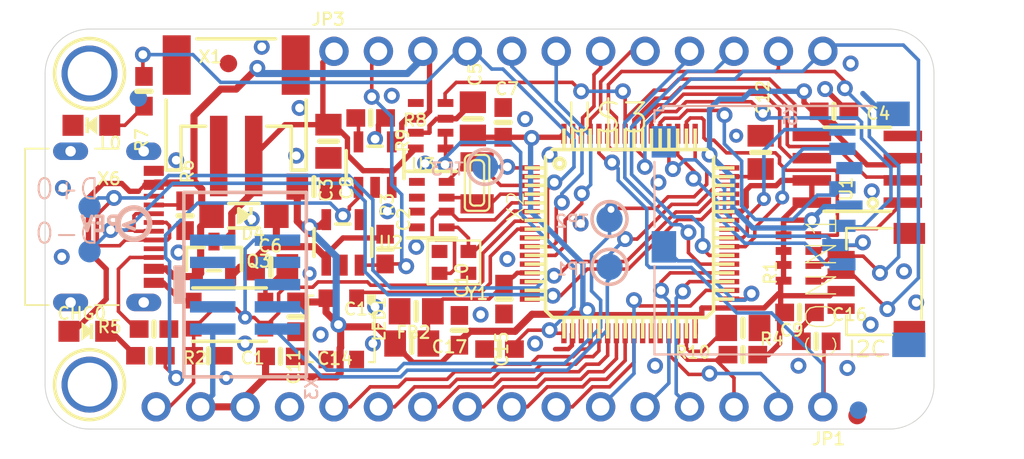
<source format=kicad_pcb>
(kicad_pcb (version 20211014) (generator pcbnew)
  (layers (0 "F.Cu" signal) (31 "B.Cu" signal) (34 "B.Paste" user) (35 "F.Paste" user) (36 "B.SilkS" user "B.Silkscreen") (37 "F.SilkS" user "F.Silkscreen") (38 "B.Mask" user) (39 "F.Mask" user) (44 "Edge.Cuts" user))
  (net 0 "")
  (net 1 "GND")
  (net 2 "MOSI")
  (net 3 "MISO")
  (net 4 "SCK")
  (net 5 "A5")
  (net 6 "A4")
  (net 7 "A3")
  (net 8 "A2")
  (net 9 "A1")
  (net 10 "D11")
  (net 11 "D12")
  (net 12 "+3V3")
  (net 13 "VBUS")
  (net 14 "VBAT")
  (net 15 "N$2")
  (net 16 "D13")
  (net 17 "A0")
  (net 18 "N$1")
  (net 19 "N$3")
  (net 20 "N$4")
  (net 21 "SCL")
  (net 22 "SDA")
  (net 23 "D9")
  (net 24 "D8_NEOPIX")
  (net 25 "D6")
  (net 26 "D5")
  (net 27 "D10")
  (net 28 "D+")
  (net 29 "D-")
  (net 30 "~{RESET}")
  (net 31 "N$5")
  (net 32 "N$7")
  (net 33 "EN")
  (net 34 "VHI")
  (net 35 "FLASH_MOSI")
  (net 36 "FLASH_MISO")
  (net 37 "FLASH_SCK")
  (net 38 "FLASH_CS")
  (net 39 "RX_D0")
  (net 40 "TX_D1")
  (net 41 "V_DIV")
  (net 42 "SWDIO")
  (net 43 "SWCLK")
  (net 44 "VCAP2")
  (net 45 "VCAP1")
  (net 46 "AVCC")
  (net 47 "BOOT0")
  (net 48 "SDIO_D2")
  (net 49 "SDIO_D3")
  (net 50 "SDIO_D0")
  (net 51 "SDIO_CLK")
  (net 52 "SDIO_D1")
  (net 53 "SDIO_CMD")
  (net 54 "CC1")
  (net 55 "CC2")
  (net 56 "N$6")
  (net 57 "N$8")
  (net 58 "SD_DETECT")
  (net 59 "BATTERY")
  (footprint "boardEagle:0805-NO" (layer "F.Cu") (at 135.9966 107.1861)
    (fp_text reference "C6")
    (fp_text value "10µF")
  )
  (footprint "boardEagle:CHIPLED_0805_NOOUTLINE" (layer "F.Cu") (at 125.7461 99.0746 90)
    (fp_text reference "L0")
    (fp_text value "RED")
  )
  (footprint "boardEagle:0603-NO" (layer "F.Cu") (at 141.7066 98.6536)
    (fp_text reference "R8")
    (fp_text value "5.1K")
  )
  (footprint "boardEagle:FIDUCIAL_1MM" (layer "F.Cu") (at 169.5033 115.6646 -90)
    (fp_text reference "U$35" hide)
    (fp_text value "FIDUCIAL_1MM" hide)
  )
  (footprint "boardEagle:0603-NO" (layer "F.Cu") (at 168.1861 98.2726)
    (fp_text reference "C4")
    (fp_text value "1uF")
  )
  (footprint "boardEagle:CRYSTAL_2.5X2" (layer "F.Cu") (at 146.4691 106.9086 180)
    (fp_text reference "Y1")
    (fp_text value "12mhz")
  )
  (footprint "boardEagle:0603-NO" (layer "F.Cu") (at 128.7526 97.1296 -90)
    (fp_text reference "R7")
    (fp_text value "2.2K")
  )
  (footprint "boardEagle:0805-NO" (layer "F.Cu") (at 163.9951 100.6221 90)
    (fp_text reference "C12")
    (fp_text value "10µF")
  )
  (footprint "boardEagle:CHIPLED_0805_NOOUTLINE" (layer "F.Cu") (at 125.5141 110.8456 -90)
    (fp_text reference "CHG0")
    (fp_text value "ORANGE")
  )
  (footprint "boardEagle:0603-NO" (layer "F.Cu") (at 149.2801 98.9074 90)
    (fp_text reference "C7")
    (fp_text value "1uF")
  )
  (footprint "boardEagle:XTAL3215" (layer "F.Cu") (at 147.7899 102.362 90)
    (fp_text reference "X2")
    (fp_text value "32.768")
  )
  (footprint "boardEagle:0603-NO" (layer "F.Cu") (at 162.9791 112.1791 180)
    (fp_text reference "R10")
    (fp_text value "100K")
  )
  (footprint "boardEagle:TQFP64" (layer "F.Cu") (at 156.5021 105.2576)
    (fp_text reference "U$3")
    (fp_text value "STM32F405R")
  )
  (footprint "boardEagle:0603-NO" (layer "F.Cu") (at 142.5321 106.1466 90)
    (fp_text reference "R3")
    (fp_text value "10K")
  )
  (footprint "boardEagle:0603-NO" (layer "F.Cu") (at 129.1209 112.2426)
    (fp_text reference "R2")
    (fp_text value "1K")
  )
  (footprint "boardEagle:0805-NO" (layer "F.Cu") (at 162.9791 110.6551)
    (fp_text reference "C9")
    (fp_text value "10µF")
  )
  (footprint "boardEagle:0603-NO" (layer "F.Cu") (at 131.1021 104.2416 90)
    (fp_text reference "R6")
    (fp_text value "5.1K")
  )
  (footprint "boardEagle:MOUNTINGHOLE_2.5_PLATED" (layer "F.Cu") (at 125.6411 96.1136 -90)
    (fp_text reference "U$31" hide)
    (fp_text value "MOUNTINGHOLE2.5" hide)
  )
  (footprint "boardEagle:SOD-123" (layer "F.Cu") (at 134.4676 104.2416 180)
    (fp_text reference "D4")
    (fp_text value "MBR054")
  )
  (footprint "boardEagle:BTN_KMR2_4.6X2.8" (layer "F.Cu") (at 133.6421 109.8931 180)
    (fp_text reference "SW1" hide)
    (fp_text value "KMR2" hide)
  )
  (footprint "boardEagle:0805-NO" (layer "F.Cu") (at 139.2936 99.9871 -90)
    (fp_text reference "C3")
    (fp_text value "10µF")
  )
  (footprint "boardEagle:FEATHER_STM32F405_TOP" (layer "F.Cu") (at 123.1011 116.4336)
    (fp_text reference "U$24" hide)
    (fp_text value "" hide)
  )
  (footprint "" (layer "F.Cu") (at 171.3611 96.1136)
    (fp_text reference "@HOLE0" hide)
    (fp_text value "")
  )
  (footprint "boardEagle:0603-NO" (layer "F.Cu") (at 137.4394 110.0201 -90)
    (fp_text reference "C11")
    (fp_text value "1uF")
  )
  (footprint "boardEagle:0603-NO" (layer "F.Cu") (at 146.778896 110.789807 90)
    (fp_text reference "C10")
    (fp_text value "1uF")
  )
  (footprint "boardEagle:0603-NO" (layer "F.Cu") (at 129.3241 110.7186 180)
    (fp_text reference "R5")
    (fp_text value "5.1K")
  )
  (footprint "boardEagle:SOT23-5" (layer "F.Cu") (at 141.9606 101.3206)
    (fp_text reference "U3")
    (fp_text value "MCP73831T-2ACI/OT")
  )
  (footprint "boardEagle:0603-NO" (layer "F.Cu") (at 149.0726 111.8616 180)
    (fp_text reference "C17")
    (fp_text value "1uF")
  )
  (footprint "boardEagle:0603-NO" (layer "F.Cu") (at 136.5504 112.279507)
    (fp_text reference "C14")
    (fp_text value "1uF")
  )
  (footprint "boardEagle:0603-NO" (layer "F.Cu") (at 149.3266 109.0041 -90)
    (fp_text reference "C15")
    (fp_text value "0.1uF")
  )
  (footprint "boardEagle:RESPACK_4X0603_NO" (layer "F.Cu") (at 145.1356 99.0981 90)
    (fp_text reference "R9")
    (fp_text value "100K")
  )
  (footprint "boardEagle:SOT23-5" (layer "F.Cu") (at 140.1191 105.7656)
    (fp_text reference "U2")
    (fp_text value "AP2112-3.3")
  )
  (footprint "boardEagle:0603-NO" (layer "F.Cu") (at 167.1701 111.4171 180)
    (fp_text reference "R4")
    (fp_text value "100K")
  )
  (footprint "boardEagle:0805-NO" (layer "F.Cu") (at 144.0561 111.5441)
    (fp_text reference "FB2")
    (fp_text value "ferrite")
  )
  (footprint "boardEagle:0805-NO" (layer "F.Cu") (at 138.4646 102.5756)
    (fp_text reference "C8")
    (fp_text value "10µF")
  )
  (footprint "boardEagle:LED3535" (layer "F.Cu") (at 140.0302 110.7059 -90)
    (fp_text reference "LED1")
    (fp_text value "WS2812B3535")
  )
  (footprint "boardEagle:RESPACK_4X0603_NO" (layer "F.Cu") (at 166.1541 106.6546 90)
    (fp_text reference "R1")
    (fp_text value "10K")
  )
  (footprint "boardEagle:SOIC8_150MIL" (layer "F.Cu") (at 169.5196 101.5873 90)
    (fp_text reference "U1")
    (fp_text value "25Q16")
  )
  (footprint "boardEagle:FIDUCIAL_1MM" (layer "F.Cu") (at 133.5786 95.5421 -90)
    (fp_text reference "U$34" hide)
    (fp_text value "FIDUCIAL_1MM" hide)
  )
  (footprint "boardEagle:USB_C_CUSB31-CFM2AX-01-X" (layer "F.Cu") (at 125.7681 104.8766 -90)
    (fp_text reference "X6")
    (fp_text value "")
  )
  (footprint "boardEagle:0805-NO" (layer "F.Cu") (at 147.5486 98.7044 90)
    (fp_text reference "C5")
    (fp_text value "10uF")
  )
  (footprint "boardEagle:0805-NO" (layer "F.Cu") (at 144.3101 109.7026 180)
    (fp_text reference "C13")
    (fp_text value "10µF")
  )
  (footprint "boardEagle:MOUNTINGHOLE_2.5_PLATED" (layer "F.Cu") (at 125.6411 113.8936 -90)
    (fp_text reference "U$32" hide)
    (fp_text value "MOUNTINGHOLE2.5" hide)
  )
  (footprint "boardEagle:JSTPH2" (layer "F.Cu") (at 134.0231 97.1296)
    (fp_text reference "X1")
    (fp_text value "JSTPH")
  )
  (footprint "boardEagle:1X12_ROUND" (layer "F.Cu") (at 153.5811 94.8436)
    (fp_text reference "JP3")
    (fp_text value "")
  )
  (footprint "boardEagle:0603-NO" (layer "F.Cu") (at 166.2176 109.7661)
    (fp_text reference "C16")
    (fp_text value "1uF")
  )
  (footprint "" (layer "F.Cu") (at 171.3611 113.8936)
    (fp_text reference "@HOLE1" hide)
    (fp_text value "")
  )
  (footprint "boardEagle:RESPACK_4X0603" (layer "F.Cu") (at 145.1991 103.6066 90)
    (fp_text reference "C2")
    (fp_text value "22pF")
  )
  (footprint "boardEagle:JST_SH4" (layer "F.Cu") (at 171.1071 108.0516 90)
    (fp_text reference "CONN1")
    (fp_text value "STEMMA_I2C_QT" hide)
  )
  (footprint "boardEagle:0603-NO" (layer "F.Cu") (at 132.4356 112.2426)
    (fp_text reference "C1")
    (fp_text value "0.1uF")
  )
  (footprint "boardEagle:1X16_ROUND" (layer "F.Cu") (at 148.5011 115.1636 180)
    (fp_text reference "JP1")
    (fp_text value "")
  )
  (footprint "boardEagle:SOT23-R" (layer "F.Cu") (at 132.7531 106.7181)
    (fp_text reference "Q3")
    (fp_text value "DMG3405")
  )
  (footprint "boardEagle:MICROSD" (layer "B.Cu") (at 158.0261 98.0186 -90)
    (fp_text reference "X5")
    (fp_text value "")
  )
  (footprint "boardEagle:TESTPOINT_ROUND_1.5MM" (layer "B.Cu") (at 148.2471 101.4476 180)
    (fp_text reference "TP3")
    (fp_text value "")
  )
  (footprint "boardEagle:FIDUCIAL_1MM" (layer "B.Cu") (at 128.4351 97.5106 180)
    (fp_text reference "U$5" hide)
    (fp_text value "FIDUCIAL_1MM" hide)
  )
  (footprint "boardEagle:B1,27" (layer "B.Cu") (at 125.6411 103.7336 180)
    (fp_text reference "D+0")
    (fp_text value "TPB1,27")
  )
  (footprint "boardEagle:TESTPOINT_ROUND_1.5MM" (layer "B.Cu") (at 155.3591 107.1626 180)
    (fp_text reference "TP1")
    (fp_text value "")
  )
  (footprint "boardEagle:2X05_1.27MM_SMT" (layer "B.Cu") (at 134.5311 108.1786 90)
    (fp_text reference "X3")
    (fp_text value "")
  )
  (footprint "boardEagle:TESTPOINT_ROUND_1.5MM" (layer "B.Cu") (at 155.3591 104.4321 180)
    (fp_text reference "TP2")
    (fp_text value "")
  )
  (footprint "boardEagle:B1,27" (layer "B.Cu") (at 125.6411 106.2736 180)
    (fp_text reference "D-0")
    (fp_text value "TPB1,27")
  )
  (footprint "boardEagle:PCBFEAT-REV-040" (layer "B.Cu") (at 128.1811 104.6861 180)
    (fp_text reference "U$13" hide)
    (fp_text value "" hide)
  )
  (footprint "boardEagle:FIDUCIAL_1MM" (layer "B.Cu") (at 169.5831 115.3541 180)
    (fp_text reference "U$37" hide)
    (fp_text value "FIDUCIAL_1MM" hide)
  )
  (footprint "boardEagle:FEATHER_STM32F405_BOT" (layer "B.Cu") (at 173.9011 116.4336 180)
    (fp_text reference "U$40" hide)
    (fp_text value "" hide)
  )
  (gr_arc (start 173.9011 113.8936) (mid 173.157151 115.689651) (end 171.3611 116.4336) (layer "Edge.Cuts") (width 0.05))
  (gr_line (start 171.3611 93.5736) (end 125.6411 93.5736) (layer "Edge.Cuts") (width 0.05))
  (gr_line (start 125.6411 116.4336) (end 171.3611 116.4336) (layer "Edge.Cuts") (width 0.05))
  (gr_arc (start 125.6411 116.4336) (mid 123.845049 115.689651) (end 123.1011 113.8936) (layer "Edge.Cuts") (width 0.05))
  (gr_line (start 173.9011 113.8936) (end 173.9011 96.1136) (layer "Edge.Cuts") (width 0.05))
  (gr_arc (start 171.3611 93.5736) (mid 173.157151 94.317549) (end 173.9011 96.1136) (layer "Edge.Cuts") (width 0.05))
  (gr_line (start 123.1011 96.1136) (end 123.1011 113.8936) (layer "Edge.Cuts") (width 0.05))
  (gr_arc (start 123.1011 96.1136) (mid 123.845049 94.317549) (end 125.6411 93.5736) (layer "Edge.Cuts") (width 0.05))
  (gr_text "I2C" (at 170.0911 111.8616) (layer "F.SilkS") (effects (font (size 0.89408 0.89408) (thickness 0.12192))))
  (segment (start 146.6049 98.6981) (end 147.5486 97.7544) (width 0.3048) (layer "F.Cu") (net 1))
  (segment (start 153.2093 111.65535) (end 153.00305 111.8616) (width 0.254) (layer "F.Cu") (net 1))
  (segment (start 153.00305 111.8616) (end 152.2476 111.8616) (width 0.254) (layer "F.Cu") (net 1))
  (segment (start 167.6781 97.0026) (end 168.9481 98.2726) (width 0.3048) (layer "F.Cu") (net 1))
  (segment (start 142.1511 99.0591) (end 142.1511 99.6696) (width 0.3048) (layer "F.Cu") (net 1))
  (segment (start 130.8736 109.0931) (end 131.5921 109.0931) (width 0.3048) (layer "F.Cu") (net 1))
  (segment (start 167.0676 109.9076) (end 166.3201 110.6551) (width 0.3048) (layer "F.Cu") (net 1))
  (segment (start 135.6921 108.4406) (end 135.6921 109.0931) (width 0.254) (layer "F.Cu") (net 1))
  (segment (start 142.1511 99.6696) (end 141.9606 99.8601) (width 0.3048) (layer "F.Cu") (net 1))
  (segment (start 167.0676 109.7661) (end 167.0676 109.9076) (width 0.3048) (layer "F.Cu") (net 1))
  (segment (start 153.2093 111.0004) (end 153.2093 111.65535) (width 0.254) (layer "F.Cu") (net 1))
  (segment (start 129.8571 108.0766) (end 130.8736 109.0931) (width 0.3048) (layer "F.Cu") (net 1))
  (segment (start 142.5566 98.6536) (end 142.1511 99.0591) (width 0.3048) (layer "F.Cu") (net 1))
  (segment (start 166.3201 110.6551) (end 166.3201 111.4171) (width 0.3048) (layer "F.Cu") (net 1))
  (segment (start 145.4721 98.6981) (end 145.0721 99.0981) (width 0.254) (layer "F.Cu") (net 1))
  (segment (start 136.9466 107.1861) (end 135.6921 108.4406) (width 0.254) (layer "F.Cu") (net 1))
  (segment (start 145.0721 99.4791) (end 145.0531 99.4981) (width 0.254) (layer "F.Cu") (net 1))
  (segment (start 129.3131 108.0766) (end 129.8571 108.0766) (width 0.3048) (layer "F.Cu") (net 1))
  (segment (start 145.0721 99.0981) (end 145.0721 99.4791) (width 0.254) (layer "F.Cu") (net 1))
  (segment (start 145.0531 99.4981) (end 144.2856 99.4981) (width 0.254) (layer "F.Cu") (net 1))
  (segment (start 145.9856 98.6981) (end 145.4721 98.6981) (width 0.254) (layer "F.Cu") (net 1))
  (segment (start 145.9856 98.6981) (end 146.6049 98.6981) (width 0.3048) (layer "F.Cu") (net 1))
  (segment (start 153.2521 110.9576) (end 153.2093 111.0004) (width 0.254) (layer "F.Cu") (net 1))
  (segment (start 168.9481 98.2726) (end 169.0361 98.2726) (width 0.3048) (layer "F.Cu") (net 1))
  (via (at 169.1386 95.5421) (size 0.9064) (drill 0.5) (layers "F.Cu" "B.Cu") (net 1))
  (via (at 138.8491 111.0361) (size 0.9064) (drill 0.5) (layers "F.Cu" "B.Cu") (net 1))
  (via (at 142.9131 97.3836) (size 0.9064) (drill 0.5) (layers "F.Cu" "B.Cu") (net 1))
  (via (at 135.4836 94.5896) (size 0.9064) (drill 0.5) (layers "F.Cu" "B.Cu") (net 1))
  (via (at 149.5171 106.7181) (size 0.9064) (drill 0.5) (layers "F.Cu" "B.Cu") (net 1))
  (via (at 130.5941 101.0666) (size 0.9064) (drill 0.5) (layers "F.Cu" "B.Cu") (net 1))
  (via (at 167.6781 97.0026) (size 0.9064) (drill 0.5) (layers "F.Cu" "B.Cu") (net 1))
  (via (at 158.1531 102.3366) (size 0.9064) (drill 0.5) (layers "F.Cu" "B.Cu") (net 1))
  (via (at 144.8181 101.2571) (size 0.9064) (drill 0.5) (layers "F.Cu" "B.Cu") (net 1))
  (via (at 142.6591 103.9876) (size 0.9064) (drill 0.5) (layers "F.Cu" "B.Cu") (net 1))
  (via (at 137.6426 98.0821) (size 0.9064) (drill 0.5) (layers "F.Cu" "B.Cu") (net 1))
  (via (at 172.8851 109.1946) (size 0.9064) (drill 0.5) (layers "F.Cu" "B.Cu") (net 1))
  (via (at 124.1171 102.6541) (size 0.9064) (drill 0.5) (layers "F.Cu" "B.Cu") (net 1))
  (via (at 141.9606 109.4486) (size 0.9064) (drill 0.5) (layers "F.Cu" "B.Cu") (net 1))
  (via (at 168.9481 112.9411) (size 0.9064) (drill 0.5) (layers "F.Cu" "B.Cu") (net 1))
  (via (at 147.9931 109.8931) (size 0.9064) (drill 0.5) (layers "F.Cu" "B.Cu") (net 1))
  (via (at 133.4516 113.5126) (size 0.8064) (drill 0.4) (layers "F.Cu" "B.Cu") (net 1))
  (via (at 138.2141 107.5436) (size 0.8064) (drill 0.4) (layers "F.Cu" "B.Cu") (net 1))
  (via (at 166.1541 112.8141) (size 0.9064) (drill 0.5) (layers "F.Cu" "B.Cu") (net 1))
  (via (at 170.2816 110.4646) (size 0.9064) (drill 0.5) (layers "F.Cu" "B.Cu") (net 1))
  (via (at 141.8336 111.5441) (size 0.9064) (drill 0.5) (layers "F.Cu" "B.Cu") (net 1))
  (via (at 172.1866 107.4166) (size 0.9064) (drill 0.5) (layers "F.Cu" "B.Cu") (net 1))
  (via (at 141.9606 99.8601) (size 0.9064) (drill 0.5) (layers "F.Cu" "B.Cu") (net 1))
  (via (at 124.0536 106.5911) (size 0.9064) (drill 0.5) (layers "F.Cu" "B.Cu") (net 1))
  (via (at 150.5331 98.7171) (size 0.9064) (drill 0.5) (layers "F.Cu" "B.Cu") (net 1))
  (via (at 162.5981 99.6696) (size 0.8001) (drill 0.3937) (layers "F.Cu" "B.Cu") (net 1))
  (via (at 134.5311 111.5441) (size 0.9064) (drill 0.5) (layers "F.Cu" "B.Cu") (net 1))
  (via (at 137.4521 100.8126) (size 0.9064) (drill 0.5) (layers "F.Cu" "B.Cu") (net 1))
  (via (at 170.3451 102.8446) (size 0.9064) (drill 0.5) (layers "F.Cu" "B.Cu") (net 1))
  (via (at 157.9626 112.8141) (size 0.9064) (drill 0.5) (layers "F.Cu" "B.Cu") (net 1))
  (via (at 153.7081 104.6861) (size 0.9064) (drill 0.5) (layers "F.Cu" "B.Cu") (net 1))
  (via (at 134.9121 104.4321) (size 0.9064) (drill 0.5) (layers "F.Cu" "B.Cu") (net 1))
  (via (at 144.3101 106.0196) (size 0.9064) (drill 0.5) (layers "F.Cu" "B.Cu") (net 1))
  (via (at 151.1046 111.5441) (size 0.9064) (drill 0.5) (layers "F.Cu" "B.Cu") (net 1))
  (via (at 130.7211 106.3371) (size 0.9064) (drill 0.5) (layers "F.Cu" "B.Cu") (net 1))
  (via (at 151.9301 100.7491) (size 0.9064) (drill 0.5) (layers "F.Cu" "B.Cu") (net 1))
  (segment (start 170.9991 98.4186) (end 169.8371 97.2566) (width 0.3048) (layer "B.Cu") (net 1))
  (segment (start 171.5661 98.4186) (end 170.9991 98.4186) (width 0.3048) (layer "B.Cu") (net 1))
  (segment (start 158.8241 107.5076) (end 158.303812 108.027888) (width 0.2032) (layer "F.Cu") (net 2))
  (segment (start 158.303812 108.027888) (end 158.303812 108.5116) (width 0.2032) (layer "F.Cu") (net 2))
  (segment (start 162.2021 107.5076) (end 158.8241 107.5076) (width 0.2032) (layer "F.Cu") (net 2))
  (via (at 158.303812 108.5116) (size 0.9064) (drill 0.5) (layers "F.Cu" "B.Cu") (net 2))
  (segment (start 158.748312 109.1466) (end 158.748312 113.806388) (width 0.2032) (layer "B.Cu") (net 2))
  (segment (start 158.748312 113.806388) (end 157.3911 115.1636) (width 0.2032) (layer "B.Cu") (net 2))
  (segment (start 158.748312 109.1466) (end 158.303812 108.7021) (width 0.2032) (layer "B.Cu") (net 2))
  (segment (start 158.303812 108.7021) (end 158.303812 108.5116) (width 0.2032) (layer "B.Cu") (net 2))
  (segment (start 159.9271 108.0076) (end 159.5501 108.3846) (width 0.2032) (layer "F.Cu") (net 3))
  (segment (start 162.2021 108.0076) (end 159.9271 108.0076) (width 0.2032) (layer "F.Cu") (net 3))
  (segment (start 159.5501 108.3846) (end 159.5501 108.5751) (width 0.2032) (layer "F.Cu") (net 3))
  (via (at 159.5501 108.5751) (size 0.9064) (drill 0.5) (layers "F.Cu" "B.Cu") (net 3))
  (segment (start 159.1691 114.4016) (end 159.9311 115.1636) (width 0.2032) (layer "B.Cu") (net 3))
  (segment (start 159.5501 108.5751) (end 159.1691 108.9561) (width 0.2032) (layer "B.Cu") (net 3))
  (segment (start 159.1691 108.9561) (end 159.1691 114.4016) (width 0.2032) (layer "B.Cu") (net 3))
  (segment (start 160.8686 108.5076) (end 159.9796 109.3966) (width 0.2032) (layer "F.Cu") (net 4))
  (segment (start 159.9796 109.3966) (end 157.0851 109.3966) (width 0.2032) (layer "F.Cu") (net 4))
  (segment (start 156.7561 109.0676) (end 157.0851 109.3966) (width 0.2032) (layer "F.Cu") (net 4))
  (segment (start 162.2021 108.5076) (end 160.8686 108.5076) (width 0.2032) (layer "F.Cu") (net 4))
  (via (at 156.7561 109.0676) (size 0.9064) (drill 0.5) (layers "F.Cu" "B.Cu") (net 4))
  (segment (start 156.7561 109.0676) (end 156.7561 113.2586) (width 0.2032) (layer "B.Cu") (net 4))
  (segment (start 156.7561 113.2586) (end 154.8511 115.1636) (width 0.2032) (layer "B.Cu") (net 4))
  (segment (start 153.23465 115.1636) (end 152.3111 115.1636) (width 0.2032) (layer "F.Cu") (net 5))
  (segment (start 154.37765 114.0206) (end 153.23465 115.1636) (width 0.2032) (layer "F.Cu") (net 5))
  (segment (start 155.3591 114.0206) (end 154.37765 114.0206) (width 0.2032) (layer "F.Cu") (net 5))
  (segment (start 156.7521 112.6276) (end 155.3591 114.0206) (width 0.2032) (layer "F.Cu") (net 5))
  (segment (start 156.7521 110.9576) (end 156.7521 112.6276) (width 0.2032) (layer "F.Cu") (net 5))
  (segment (start 154.262287 113.5888) (end 153.830487 114.0206) (width 0.2032) (layer "F.Cu") (net 6))
  (segment (start 156.2521 112.516938) (end 155.180237 113.5888) (width 0.2032) (layer "F.Cu") (net 6))
  (segment (start 155.180237 113.5888) (end 154.262287 113.5888) (width 0.2032) (layer "F.Cu") (net 6))
  (segment (start 151.8031 114.0206) (end 150.6601 115.1636) (width 0.2032) (layer "F.Cu") (net 6))
  (segment (start 156.2521 110.9576) (end 156.2521 112.516938) (width 0.2032) (layer "F.Cu") (net 6))
  (segment (start 150.6601 115.1636) (end 149.7711 115.1636) (width 0.2032) (layer "F.Cu") (net 6))
  (segment (start 153.830487 114.0206) (end 151.8031 114.0206) (width 0.2032) (layer "F.Cu") (net 6))
  (segment (start 148.15465 115.1636) (end 149.29765 114.0206) (width 0.2032) (layer "F.Cu") (net 7))
  (segment (start 155.7521 110.9576) (end 155.7521 112.406275) (width 0.2032) (layer "F.Cu") (net 7))
  (segment (start 155.001375 113.157) (end 154.146925 113.157) (width 0.2032) (layer "F.Cu") (net 7))
  (segment (start 151.255937 114.0206) (end 151.687737 113.5888) (width 0.2032) (layer "F.Cu") (net 7))
  (segment (start 149.29765 114.0206) (end 151.255937 114.0206) (width 0.2032) (layer "F.Cu") (net 7))
  (segment (start 155.7521 112.406275) (end 155.001375 113.157) (width 0.2032) (layer "F.Cu") (net 7))
  (segment (start 154.146925 113.157) (end 153.715125 113.5888) (width 0.2032) (layer "F.Cu") (net 7))
  (segment (start 148.15465 115.1636) (end 147.2311 115.1636) (width 0.2032) (layer "F.Cu") (net 7))
  (segment (start 151.687737 113.5888) (end 153.715125 113.5888) (width 0.2032) (layer "F.Cu") (net 7))
  (segment (start 155.2521 110.9576) (end 155.2521 112.2226) (width 0.2032) (layer "F.Cu") (net 8))
  (segment (start 153.599762 113.157) (end 151.572375 113.157) (width 0.2032) (layer "F.Cu") (net 8))
  (segment (start 151.140575 113.5888) (end 149.1869 113.5888) (width 0.2032) (layer "F.Cu") (net 8))
  (segment (start 145.61465 115.1636) (end 144.6911 115.1636) (width 0.2032) (layer "F.Cu") (net 8))
  (segment (start 154.7495 112.7252) (end 154.031562 112.7252) (width 0.2032) (layer "F.Cu") (net 8))
  (segment (start 154.031562 112.7252) (end 153.599762 113.157) (width 0.2032) (layer "F.Cu") (net 8))
  (segment (start 149.1869 113.5888) (end 148.7551 114.0206) (width 0.2032) (layer "F.Cu") (net 8))
  (segment (start 146.75765 114.0206) (end 145.61465 115.1636) (width 0.2032) (layer "F.Cu") (net 8))
  (segment (start 148.7551 114.0206) (end 146.75765 114.0206) (width 0.2032) (layer "F.Cu") (net 8))
  (segment (start 151.572375 113.157) (end 151.140575 113.5888) (width 0.2032) (layer "F.Cu") (net 8))
  (segment (start 155.2521 112.2226) (end 154.7495 112.7252) (width 0.2032) (layer "F.Cu") (net 8))
  (segment (start 154.7521 110.9576) (end 154.7521 111.9606) (width 0.2032) (layer "F.Cu") (net 9))
  (segment (start 143.07465 115.1636) (end 142.1511 115.1636) (width 0.2032) (layer "F.Cu") (net 9))
  (segment (start 146.210487 114.0206) (end 144.21765 114.0206) (width 0.2032) (layer "F.Cu") (net 9))
  (segment (start 148.639737 113.5888) (end 146.642287 113.5888) (width 0.2032) (layer "F.Cu") (net 9))
  (segment (start 146.642287 113.5888) (end 146.210487 114.0206) (width 0.2032) (layer "F.Cu") (net 9))
  (segment (start 154.7521 111.9606) (end 154.4193 112.2934) (width 0.2032) (layer "F.Cu") (net 9))
  (segment (start 149.071537 113.157) (end 148.639737 113.5888) (width 0.2032) (layer "F.Cu") (net 9))
  (segment (start 151.457012 112.7252) (end 151.025212 113.157) (width 0.2032) (layer "F.Cu") (net 9))
  (segment (start 151.025212 113.157) (end 149.071537 113.157) (width 0.2032) (layer "F.Cu") (net 9))
  (segment (start 153.8527 112.2934) (end 153.4209 112.7252) (width 0.2032) (layer "F.Cu") (net 9))
  (segment (start 154.4193 112.2934) (end 153.8527 112.2934) (width 0.2032) (layer "F.Cu") (net 9))
  (segment (start 153.4209 112.7252) (end 151.457012 112.7252) (width 0.2032) (layer "F.Cu") (net 9))
  (segment (start 144.21765 114.0206) (end 143.07465 115.1636) (width 0.2032) (layer "F.Cu") (net 9))
  (segment (start 153.7716 103.5431) (end 153.7716 102.9716) (width 0.2032) (layer "F.Cu") (net 10))
  (segment (start 152.2676 106.5076) (end 152.8191 105.9561) (width 0.2032) (layer "F.Cu") (net 10))
  (segment (start 150.8021 106.5076) (end 152.2676 106.5076) (width 0.2032) (layer "F.Cu") (net 10))
  (segment (start 153.7716 103.5431) (end 152.8191 104.4956) (width 0.2032) (layer "F.Cu") (net 10))
  (segment (start 152.8191 104.4956) (end 152.8191 105.9561) (width 0.2032) (layer "F.Cu") (net 10))
  (via (at 153.7716 102.9716) (size 0.9064) (drill 0.5) (layers "F.Cu" "B.Cu") (net 10))
  (segment (start 152.3111 94.8436) (end 152.3111 97.7011) (width 0.2032) (layer "B.Cu") (net 10))
  (segment (start 154.2796 99.6696) (end 154.2796 102.4636) (width 0.2032) (layer "B.Cu") (net 10))
  (segment (start 153.7716 102.9716) (end 154.2796 102.4636) (width 0.2032) (layer "B.Cu") (net 10))
  (segment (start 154.2796 99.6696) (end 152.3111 97.7011) (width 0.2032) (layer "B.Cu") (net 10))
  (segment (start 152.3151 105.7696) (end 152.0771 106.0076) (width 0.2032) (layer "F.Cu") (net 11))
  (segment (start 152.3151 103.8011) (end 152.3151 105.7696) (width 0.2032) (layer "F.Cu") (net 11))
  (segment (start 152.3151 103.8011) (end 152.6326 103.4836) (width 0.2032) (layer "F.Cu") (net 11))
  (segment (start 152.0771 106.0076) (end 150.8021 106.0076) (width 0.2032) (layer "F.Cu") (net 11))
  (via (at 152.6326 103.4836) (size 0.9064) (drill 0.5) (layers "F.Cu" "B.Cu") (net 11))
  (segment (start 153.7843 99.721463) (end 149.7711 95.708263) (width 0.2032) (layer "B.Cu") (net 11))
  (segment (start 149.7711 94.8436) (end 149.7711 95.708263) (width 0.2032) (layer "B.Cu") (net 11))
  (segment (start 153.7843 101.8239) (end 152.6326 102.9756) (width 0.2032) (layer "B.Cu") (net 11))
  (segment (start 152.6326 103.4836) (end 152.6326 102.9756) (width 0.2032) (layer "B.Cu") (net 11))
  (segment (start 153.7843 101.8239) (end 153.7843 99.721463) (width 0.2032) (layer "B.Cu") (net 11))
  (segment (start 139.9921 110.5916) (end 139.9921 111.778188) (width 0.4064) (layer "F.Cu") (net 12))
  (segment (start 170.077 101.3333) (end 171.7386 101.3333) (width 0.3048) (layer "F.Cu") (net 12))
  (segment (start 154.0891 109.6391) (end 153.8351 109.8931) (width 0.3048) (layer "F.Cu") (net 12))
  (segment (start 137.4394 109.1701) (end 138.941 109.1701) (width 0.4064) (layer "F.Cu") (net 12))
  (segment (start 153.8546 109.8736) (end 150.9336 109.8736) (width 0.4064) (layer "F.Cu") (net 12))
  (segment (start 150.9336 109.8736) (end 149.9616 110.8456) (width 0.4064) (layer "F.Cu") (net 12))
  (segment (start 164.881875 102.5223) (end 165.181875 102.2223) (width 0.3048) (layer "F.Cu") (net 12))
  (segment (start 166.9251 104.4956) (end 165.3041 104.4956) (width 0.3048) (layer "F.Cu") (net 12))
  (segment (start 166.4716 97.7646) (end 167.01135 98.30435) (width 0.3048) (layer "F.Cu") (net 12))
  (segment (start 165.1381 109.5366) (end 165.1381 108.8136) (width 0.3048) (layer "F.Cu") (net 12))
  (segment (start 160.6331 109.8931) (end 160.2521 109.8931) (width 0.3048) (layer "F.Cu") (net 12))
  (segment (start 146.587465 111.448375) (end 146.778896 111.639807) (width 0.4064) (layer "F.Cu") (net 12))
  (segment (start 165.0746 111.5441) (end 164.4396 112.1791) (width 0.3048) (layer "F.Cu") (net 12))
  (segment (start 152.5523 99.7574) (end 150.8709 99.7574) (width 0.3048) (layer "F.Cu") (net 12))
  (segment (start 147.382603 110.8456) (end 146.778896 111.449307) (width 0.4064) (layer "F.Cu") (net 12))
  (segment (start 167.9501 108.8136) (end 165.1381 108.8136) (width 0.3048) (layer "F.Cu") (net 12))
  (segment (start 163.4284 102.5223) (end 164.881875 102.5223) (width 0.3048) (layer "F.Cu") (net 12))
  (segment (start 153.8546 109.8736) (end 154.0891 109.6391) (width 0.3048) (layer "F.Cu") (net 12))
  (segment (start 139.8651 110.4646) (end 139.9921 110.5916) (width 0.4064) (layer "F.Cu") (net 12))
  (segment (start 144.1228 112.6243) (end 143.61285 112.11435) (width 0.3048) (layer "F.Cu") (net 12))
  (segment (start 165.3041 107.9546) (end 165.1381 108.1206) (width 0.3048) (layer "F.Cu") (net 12))
  (segment (start 139.1691 104.4655) (end 138.7881 104.8465) (width 0.4064) (layer "F.Cu") (net 12))
  (segment (start 168.5931 108.5516) (end 168.2121 108.5516) (width 0.3048) (layer "F.Cu") (net 12))
  (segment (start 139.9921 111.778188) (end 139.9612 111.809088) (width 0.4064) (layer "F.Cu") (net 12))
  (segment (start 138.2141 105.2576) (end 137.5146 104.5581) (width 0.4064) (layer "F.Cu") (net 12))
  (segment (start 160.2521 110.9576) (end 160.2521 109.8931) (width 0.3048) (layer "F.Cu") (net 12))
  (segment (start 147.5486 99.6544) (end 147.6516 99.7574) (width 0.3048) (layer "F.Cu") (net 12))
  (segment (start 142.0876 110.5916) (end 139.9921 110.5916) (width 0.4064) (layer "F.Cu") (net 12))
  (segment (start 145.762875 112.6243) (end 146.435325 111.95185) (width 0.3048) (layer "F.Cu") (net 12))
  (segment (start 165.3041 107.0546) (end 165.3041 106.2546) (width 0.3048) (layer "F.Cu") (net 12))
  (segment (start 134.6844 115.1636) (end 134.5311 115.1636) (width 0.4064) (layer "F.Cu") (net 12))
  (segment (start 166.4716 97.1296) (end 166.4716 97.7646) (width 0.3048) (layer "F.Cu") (net 12))
  (segment (start 162.2195 103.9902) (end 162.910375 103.9902) (width 0.3048) (layer "F.Cu") (net 12))
  (segment (start 146.435325 111.95185) (end 146.435325 111.448375) (width 0.3048) (layer "F.Cu") (net 12))
  (segment (start 146.778896 111.449307) (end 146.778896 111.639807) (width 0.4064) (layer "F.Cu") (net 12))
  (segment (start 143.61285 112.05085) (end 143.61285 112.11435) (width 0.3048) (layer "F.Cu") (net 12))
  (segment (start 165.0746 110.0591) (end 165.0746 111.5441) (width 0.3048) (layer "F.Cu") (net 12))
  (segment (start 149.9616 110.8456) (end 147.382603 110.8456) (width 0.4064) (layer "F.Cu") (net 12))
  (segment (start 171.7386 101.3333) (end 172.1196 100.9523) (width 0.3048) (layer "F.Cu") (net 12))
  (segment (start 162.910375 103.9902) (end 163.1696 103.730975) (width 0.3048) (layer "F.Cu") (net 12))
  (segment (start 143.1061 111.5441) (end 143.0731 111.5771) (width 0.3048) (layer "F.Cu") (net 12))
  (segment (start 165.3041 105.3546) (end 165.3041 104.416207) (width 0.3048) (layer "F.Cu") (net 12))
  (segment (start 166.9196 103.4923) (end 166.9196 102.2223) (width 0.3048) (layer "F.Cu") (net 12))
  (segment (start 138.941 109.1701) (end 139.1552 108.9559) (width 0.4064) (layer "F.Cu") (net 12))
  (segment (start 160.6331 109.8931) (end 160.6331 109.5121) (width 0.3048) (layer "F.Cu") (net 12))
  (segment (start 138.2007 104.8465) (end 138.2141 104.8599) (width 0.4064) (layer "F.Cu") (net 12))
  (segment (start 139.9612 111.809088) (end 139.9612 113.240713) (width 0.4064) (layer "F.Cu") (net 12))
  (segment (start 143.1061 111.5441) (end 143.61285 112.05085) (width 0.3048) (layer "F.Cu") (net 12))
  (segment (start 161.8326 101.5076) (end 161.0741 100.7491) (width 0.3048) (layer "F.Cu") (net 12))
  (segment (start 164.2001 109.5121) (end 165.01835 108.69385) (width 0.3048) (layer "F.Cu") (net 12))
  (segment (start 167.30435 98.30435) (end 167.01135 98.30435) (width 0.3048) (layer "F.Cu") (net 12))
  (segment (start 167.3361 98.2726) (end 167.30435 98.30435) (width 0.3048) (layer "F.Cu") (net 12))
  (segment (start 146.435325 111.448375) (end 146.587465 111.448375) (width 0.3048) (layer "F.Cu") (net 12))
  (segment (start 168.3498 99.118525) (end 168.3498 99.6061) (width 0.3048) (layer "F.Cu") (net 12))
  (segment (start 160.6331 109.5121) (end 164.2001 109.5121) (width 0.3048) (layer "F.Cu") (net 12))
  (segment (start 139.752812 113.4491) (end 135.7004 113.4491) (width 0.4064) (layer "F.Cu") (net 12))
  (segment (start 143.0731 111.5771) (end 142.0876 110.5916) (width 0.4064) (layer "F.Cu") (net 12))
  (segment (start 162.2021 104.0076) (end 162.2195 103.9902) (width 0.3048) (layer "F.Cu") (net 12))
  (segment (start 137.5146 104.5581) (end 137.5146 102.5756) (width 0.4064) (layer "F.Cu") (net 12))
  (segment (start 163.1696 102.7811) (end 163.4284 102.5223) (width 0.3048) (layer "F.Cu") (net 12))
  (segment (start 167.6321 98.9251) (end 168.156375 98.9251) (width 0.3048) (layer "F.Cu") (net 12))
  (segment (start 152.7521 99.5576) (end 152.5523 99.7574) (width 0.3048) (layer "F.Cu") (net 12))
  (segment (start 168.2121 108.5516) (end 167.9501 108.8136) (width 0.3048) (layer "F.Cu") (net 12))
  (segment (start 135.7004 113.4491) (end 134.6844 114.4651) (width 0.4064) (layer "F.Cu") (net 12))
  (segment (start 135.7004 113.4491) (end 135.7004 112.279507) (width 0.4064) (layer "F.Cu") (net 12))
  (segment (start 162.2021 101.5076) (end 161.8326 101.5076) (width 0.3048) (layer "F.Cu") (net 12))
  (segment (start 168.3498 99.6061) (end 170.077 101.3333) (width 0.3048) (layer "F.Cu") (net 12))
  (segment (start 165.1381 108.8136) (end 165.01835 108.69385) (width 0.3048) (layer "F.Cu") (net 12))
  (segment (start 165.3676 109.7661) (end 165.0746 110.0591) (width 0.3048) (layer "F.Cu") (net 12))
  (segment (start 165.3041 106.2546) (end 165.3041 105.3546) (width 0.3048) (layer "F.Cu") (net 12))
  (segment (start 165.181875 102.2223) (end 166.9196 102.2223) (width 0.3048) (layer "F.Cu") (net 12))
  (segment (start 138.7881 104.8465) (end 138.2007 104.8465) (width 0.4064) (layer "F.Cu") (net 12))
  (segment (start 164.4396 112.1791) (end 163.8291 112.1791) (width 0.3048) (layer "F.Cu") (net 12))
  (segment (start 168.156375 98.9251) (end 168.3498 99.118525) (width 0.3048) (layer "F.Cu") (net 12))
  (segment (start 160.2521 109.8931) (end 154.3431 109.8931) (width 0.3048) (layer "F.Cu") (net 12))
  (segment (start 144.1228 112.6243) (end 145.762875 112.6243) (width 0.3048) (layer "F.Cu") (net 12))
  (segment (start 166.228006 103.4923) (end 165.3041 104.416207) (width 0.3048) (layer "F.Cu") (net 12))
  (segment (start 138.2141 104.8599) (end 138.2141 105.2576) (width 0.3048) (layer "F.Cu") (net 12))
  (segment (start 149.2801 99.7574) (end 150.8709 99.7574) (width 0.3048) (layer "F.Cu") (net 12))
  (segment (start 163.1696 103.730975) (end 163.1696 102.7811) (width 0.3048) (layer "F.Cu") (net 12))
  (segment (start 134.6844 114.4651) (end 134.6844 115.1636) (width 0.4064) (layer "F.Cu") (net 12))
  (segment (start 165.1381 108.1206) (end 165.1381 108.8136) (width 0.3048) (layer "F.Cu") (net 12))
  (segment (start 166.9196 103.4923) (end 166.228006 103.4923) (width 0.3048) (layer "F.Cu") (net 12))
  (segment (start 154.3431 109.8931) (end 154.0891 109.6391) (width 0.3048) (layer "F.Cu") (net 12))
  (segment (start 139.9612 113.240713) (end 139.752812 113.4491) (width 0.4064) (layer "F.Cu") (net 12))
  (segment (start 153.8351 109.8931) (end 153.7521 109.8931) (width 0.3048) (layer "F.Cu") (net 12))
  (segment (start 165.3041 105.3546) (end 165.3041 104.4956) (width 0.3048) (layer "F.Cu") (net 12))
  (segment (start 139.1552 109.7547) (end 139.1552 108.9559) (width 0.4064) (layer "F.Cu") (net 12))
  (segment (start 165.3041 107.9546) (end 165.3041 107.0546) (width 0.3048) (layer "F.Cu") (net 12))
  (segment (start 167.01135 98.30435) (end 167.6321 98.9251) (width 0.3048) (layer "F.Cu") (net 12))
  (segment (start 162.2021 104.0076) (end 162.2021 104.5076) (width 0.3048) (layer "F.Cu") (net 12))
  (segment (start 150.8709 99.7574) (end 150.9101 99.7966) (width 0.3048) (layer "F.Cu") (net 12))
  (segment (start 131.9911 115.1636) (end 134.5311 115.1636) (width 0.4064) (layer "F.Cu") (net 12))
  (segment (start 147.6516 99.7574) (end 149.2801 99.7574) (width 0.3048) (layer "F.Cu") (net 12))
  (segment (start 165.3676 109.7661) (end 165.1381 109.5366) (width 0.3048) (layer "F.Cu") (net 12))
  (segment (start 139.8651 110.4646) (end 139.1552 109.7547) (width 0.4064) (layer "F.Cu") (net 12))
  (segment (start 153.7521 110.9576) (end 153.7521 109.8931) (width 0.3048) (layer "F.Cu") (net 12))
  (via (at 139.8651 110.4646) (size 0.9064) (drill 0.5) (layers "F.Cu" "B.Cu") (net 12))
  (via (at 166.4716 97.1296) (size 0.9064) (drill 0.5) (layers "F.Cu" "B.Cu") (net 12))
  (via (at 150.9101 99.7966) (size 0.9064) (drill 0.5) (layers "F.Cu" "B.Cu") (net 12))
  (via (at 166.9251 104.4956) (size 0.9064) (drill 0.5) (layers "F.Cu" "B.Cu") (net 12))
  (via (at 138.2141 104.8599) (size 0.9064) (drill 0.5) (layers "F.Cu" "B.Cu") (net 12))
  (via (at 154.0891 109.6391) (size 0.9064) (drill 0.5) (layers "F.Cu" "B.Cu") (net 12))
  (via (at 161.0741 100.7491) (size 0.9064) (drill 0.5) (layers "F.Cu" "B.Cu") (net 12))
  (segment (start 132.6811 114.4736) (end 131.9911 115.1636) (width 0.3048) (layer "B.Cu") (net 12))
  (segment (start 162.9791 97.5741) (end 161.6456 97.5741) (width 0.3048) (layer "B.Cu") (net 12))
  (segment (start 153.8351 106.9721) (end 150.8466 103.9836) (width 0.3048) (layer "B.Cu") (net 12))
  (segment (start 154.0891 109.6391) (end 153.8351 109.3851) (width 0.3048) (layer "B.Cu") (net 12))
  (segment (start 132.6811 110.7186) (end 132.6811 114.4736) (width 0.3048) (layer "B.Cu") (net 12))
  (segment (start 161.6456 97.5741) (end 161.0741 98.1456) (width 0.3048) (layer "B.Cu") (net 12))
  (segment (start 166.9251 104.4956) (end 166.4806 104.9401) (width 0.3048) (layer "B.Cu") (net 12))
  (segment (start 162.4076 102.0826) (end 162.4076 103.797919) (width 0.3048) (layer "B.Cu") (net 12))
  (segment (start 169.0661 103.7186) (end 167.6386 103.7186) (width 0.3048) (layer "B.Cu") (net 12))
  (segment (start 163.4236 97.1296) (end 162.9791 97.5741) (width 0.3048) (layer "B.Cu") (net 12))
  (segment (start 139.7381 106.5744) (end 138.2141 105.0504) (width 0.4064) (layer "B.Cu") (net 12))
  (segment (start 167.6386 103.7186) (end 166.89335 104.46385) (width 0.3048) (layer "B.Cu") (net 12))
  (segment (start 161.0741 98.1456) (end 161.0741 100.7491) (width 0.3048) (layer "B.Cu") (net 12))
  (segment (start 153.8351 106.9721) (end 153.8351 109.3851) (width 0.3048) (layer "B.Cu") (net 12))
  (segment (start 163.549781 104.9401) (end 162.4076 103.797919) (width 0.3048) (layer "B.Cu") (net 12))
  (segment (start 166.4716 97.1296) (end 163.4236 97.1296) (width 0.3048) (layer "B.Cu") (net 12))
  (segment (start 150.9101 99.7966) (end 150.8466 99.8601) (width 0.3048) (layer "B.Cu") (net 12))
  (segment (start 138.2141 105.0504) (end 138.2141 104.8599) (width 0.4064) (layer "B.Cu") (net 12))
  (segment (start 139.7381 106.5744) (end 139.7381 110.3376) (width 0.4064) (layer "B.Cu") (net 12))
  (segment (start 166.89335 104.46385) (end 166.9251 104.4956) (width 0.3048) (layer "B.Cu") (net 12))
  (segment (start 161.0741 100.7491) (end 162.4076 102.0826) (width 0.3048) (layer "B.Cu") (net 12))
  (segment (start 166.4806 104.9401) (end 163.549781 104.9401) (width 0.3048) (layer "B.Cu") (net 12))
  (segment (start 150.8466 99.8601) (end 150.8466 103.9836) (width 0.3048) (layer "B.Cu") (net 12))
  (segment (start 139.8651 110.4646) (end 139.7381 110.3376) (width 0.4064) (layer "B.Cu") (net 12))
  (segment (start 131.9911 104.8681) (end 131.9911 107.5301) (width 0.4064) (layer "F.Cu") (net 13))
  (segment (start 130.4696 107.7181) (end 131.8031 107.7181) (width 0.4064) (layer "F.Cu") (net 13))
  (segment (start 126.5936 109.0041) (end 124.7521 110.8456) (width 0.3048) (layer "F.Cu") (net 13))
  (segment (start 143.7576 98.6981) (end 143.4846 98.9711) (width 0.3048) (layer "F.Cu") (net 13))
  (segment (start 125.5776 103.2256) (end 125.5776 106.2736) (width 0.3048) (layer "F.Cu") (net 13))
  (segment (start 124.7521 110.8456) (end 124.4641 110.8456) (width 0.3048) (layer "F.Cu") (net 13))
  (segment (start 130.4696 107.7181) (end 130.0281 107.2766) (width 0.4064) (layer "F.Cu") (net 13))
  (segment (start 129.4192 102.3705) (end 131.6101 102.3705) (width 0.4064) (layer "F.Cu") (net 13))
  (segment (start 125.5776 106.2736) (end 126.5936 107.2896) (width 0.3048) (layer "F.Cu") (net 13))
  (segment (start 134.0231 97.0026) (end 133.1341 97.0026) (width 0.4064) (layer "F.Cu") (net 13))
  (segment (start 143.2607 100.0205) (end 142.9106 100.0205) (width 0.3048) (layer "F.Cu") (net 13))
  (segment (start 129.3131 102.4766) (end 128.8031 102.4766) (width 0.3048) (layer "F.Cu") (net 13))
  (segment (start 132.0532 102.7162) (end 132.0532 103.551938) (width 0.4064) (layer "F.Cu") (net 13))
  (segment (start 128.4351 102.8446) (end 127.9271 102.8446) (width 0.3048) (layer "F.Cu") (net 13))
  (segment (start 129.3131 107.2766) (end 130.0281 107.2766) (width 0.4064) (layer "F.Cu") (net 13))
  (segment (start 126.5936 107.2896) (end 126.5936 109.0041) (width 0.3048) (layer "F.Cu") (net 13))
  (segment (start 143.4846 98.9711) (end 143.4846 99.7966) (width 0.3048) (layer "F.Cu") (net 13))
  (segment (start 145.0721 95.2246) (end 145.0721 98.2726) (width 0.3048) (layer "F.Cu") (net 13))
  (segment (start 144.6911 94.8436) (end 145.0721 95.2246) (width 0.3048) (layer "F.Cu") (net 13))
  (segment (start 143.4846 99.7966) (end 143.2607 100.0205) (width 0.3048) (layer "F.Cu") (net 13))
  (segment (start 131.6101 102.2731) (end 132.0532 102.7162) (width 0.4064) (layer "F.Cu") (net 13))
  (segment (start 129.3131 102.4766) (end 129.4192 102.3705) (width 0.4064) (layer "F.Cu") (net 13))
  (segment (start 145.0721 98.2726) (end 144.6466 98.6981) (width 0.3048) (layer "F.Cu") (net 13))
  (segment (start 134.0231 97.0026) (end 135.2296 95.7961) (width 0.4064) (layer "F.Cu") (net 13))
  (segment (start 131.9911 107.5301) (end 131.8031 107.7181) (width 0.4064) (layer "F.Cu") (net 13))
  (segment (start 131.6101 102.3705) (end 131.6101 102.2731) (width 0.4064) (layer "F.Cu") (net 13))
  (segment (start 132.0532 103.551938) (end 132.6176 104.116338) (width 0.4064) (layer "F.Cu") (net 13))
  (segment (start 144.6466 98.6981) (end 144.2856 98.6981) (width 0.3048) (layer "F.Cu") (net 13))
  (segment (start 131.6101 98.5266) (end 131.6101 102.2731) (width 0.4064) (layer "F.Cu") (net 13))
  (segment (start 144.2856 98.6981) (end 143.7576 98.6981) (width 0.3048) (layer "F.Cu") (net 13))
  (segment (start 128.8031 102.4766) (end 128.4351 102.8446) (width 0.2032) (layer "F.Cu") (net 13))
  (segment (start 126.4031 102.4001) (end 125.5776 103.2256) (width 0.3048) (layer "F.Cu") (net 13))
  (segment (start 132.6176 104.2416) (end 131.9911 104.8681) (width 0.4064) (layer "F.Cu") (net 13))
  (segment (start 132.6176 104.116338) (end 132.6176 104.2416) (width 0.4064) (layer "F.Cu") (net 13))
  (segment (start 133.1341 97.0026) (end 131.6101 98.5266) (width 0.4064) (layer "F.Cu") (net 13))
  (segment (start 127.4826 102.4001) (end 126.4031 102.4001) (width 0.3048) (layer "F.Cu") (net 13))
  (segment (start 127.9271 102.8446) (end 127.4826 102.4001) (width 0.3048) (layer "F.Cu") (net 13))
  (via (at 135.2296 95.7961) (size 0.9064) (drill 0.5) (layers "F.Cu" "B.Cu") (net 13))
  (segment (start 144.6911 95.2246) (end 144.6911 94.8436) (width 0.4064) (layer "B.Cu") (net 13))
  (segment (start 143.8021 96.1136) (end 144.6911 95.2246) (width 0.4064) (layer "B.Cu") (net 13))
  (segment (start 143.8021 96.1136) (end 135.2296 96.1136) (width 0.4064) (layer "B.Cu") (net 13))
  (segment (start 135.2296 95.7961) (end 135.2296 96.1136) (width 0.4064) (layer "B.Cu") (net 13))
  (segment (start 135.0231 102.8606) (end 133.7691 104.1146) (width 0.4064) (layer "F.Cu") (net 14))
  (segment (start 133.7691 104.1146) (end 133.7691 105.2576) (width 0.4064) (layer "F.Cu") (net 14))
  (segment (start 136.8156 99.0371) (end 139.2936 99.0371) (width 0.3048) (layer "F.Cu") (net 14))
  (segment (start 133.3086 105.7181) (end 132.7531 105.7181) (width 0.4064) (layer "F.Cu") (net 14))
  (segment (start 135.0231 100.8296) (end 135.0231 102.8606) (width 0.4064) (layer "F.Cu") (net 14))
  (segment (start 142.9106 101.7731) (end 143.0111 101.6726) (width 0.3048) (layer "F.Cu") (net 14))
  (segment (start 138.9761 95.4786) (end 138.9761 98.7196) (width 0.3048) (layer "F.Cu") (net 14))
  (segment (start 142.382893 101.6651) (end 142.390393 101.6726) (width 0.3048) (layer "F.Cu") (net 14))
  (segment (start 143.0111 101.6726) (end 144.2856 100.3981) (width 0.3048) (layer "F.Cu") (net 14))
  (segment (start 135.0231 100.8296) (end 136.8156 99.0371) (width 0.3048) (layer "F.Cu") (net 14))
  (segment (start 139.2936 99.0371) (end 139.6111 99.0371) (width 0.3048) (layer "F.Cu") (net 14))
  (segment (start 140.38 99.806) (end 140.38 100.767794) (width 0.3048) (layer "F.Cu") (net 14))
  (segment (start 142.9106 102.6207) (end 142.9106 101.7731) (width 0.3048) (layer "F.Cu") (net 14))
  (segment (start 133.7691 105.2576) (end 133.3086 105.7181) (width 0.4064) (layer "F.Cu") (net 14))
  (segment (start 141.277306 101.6651) (end 142.382893 101.6651) (width 0.3048) (layer "F.Cu") (net 14))
  (segment (start 142.390393 101.6726) (end 143.0111 101.6726) (width 0.3048) (layer "F.Cu") (net 14))
  (segment (start 139.2936 99.0371) (end 138.9761 98.7196) (width 0.3048) (layer "F.Cu") (net 14))
  (segment (start 140.38 99.806) (end 139.6111 99.0371) (width 0.3048) (layer "F.Cu") (net 14))
  (segment (start 139.6111 94.8436) (end 138.9761 95.4786) (width 0.3048) (layer "F.Cu") (net 14))
  (segment (start 140.38 100.767794) (end 141.277306 101.6651) (width 0.3048) (layer "F.Cu") (net 14))
  (segment (start 127.6576 99.0746) (end 128.7526 97.9796) (width 0.2032) (layer "F.Cu") (net 15))
  (segment (start 126.7961 99.0746) (end 127.6576 99.0746) (width 0.2032) (layer "F.Cu") (net 15))
  (segment (start 150.8021 105.5076) (end 151.8111 105.5076) (width 0.2032) (layer "F.Cu") (net 16))
  (segment (start 128.6891 96.2161) (end 128.6891 95.0341) (width 0.2032) (layer "F.Cu") (net 16))
  (segment (start 151.8111 102.72465) (end 151.8111 105.5076) (width 0.2032) (layer "F.Cu") (net 16))
  (segment (start 128.7526 96.2796) (end 128.6891 96.2161) (width 0.2032) (layer "F.Cu") (net 16))
  (segment (start 152.2008 102.33495) (end 151.8111 102.72465) (width 0.2032) (layer "F.Cu") (net 16))
  (via (at 128.6891 95.0341) (size 0.9064) (drill 0.5) (layers "F.Cu" "B.Cu") (net 16))
  (via (at 152.2008 102.33495) (size 0.9064) (drill 0.5) (layers "F.Cu" "B.Cu") (net 16))
  (segment (start 147.6121 94.8436) (end 147.2311 94.8436) (width 0.2032) (layer "B.Cu") (net 16))
  (segment (start 147.2311 94.8436) (end 146.667125 94.8436) (width 0.2032) (layer "B.Cu") (net 16))
  (segment (start 128.6891 95.0341) (end 131.5466 95.0341) (width 0.2032) (layer "B.Cu") (net 16))
  (segment (start 149.2631 95.8596) (end 148.6281 95.8596) (width 0.2032) (layer "B.Cu") (net 16))
  (segment (start 146.667125 94.8436) (end 144.889125 96.6216) (width 0.2032) (layer "B.Cu") (net 16))
  (segment (start 152.4548 102.33495) (end 152.2008 102.33495) (width 0.2032) (layer "B.Cu") (net 16))
  (segment (start 153.3271 99.9236) (end 149.2631 95.8596) (width 0.2032) (layer "B.Cu") (net 16))
  (segment (start 153.3271 101.46265) (end 153.3271 99.9236) (width 0.2032) (layer "B.Cu") (net 16))
  (segment (start 153.3271 101.46265) (end 152.4548 102.33495) (width 0.2032) (layer "B.Cu") (net 16))
  (segment (start 133.1341 96.6216) (end 131.5466 95.0341) (width 0.2032) (layer "B.Cu") (net 16))
  (segment (start 144.889125 96.6216) (end 133.1341 96.6216) (width 0.2032) (layer "B.Cu") (net 16))
  (segment (start 148.6281 95.8596) (end 147.6121 94.8436) (width 0.2032) (layer "B.Cu") (net 16))
  (segment (start 148.956175 112.7252) (end 148.524375 113.157) (width 0.2032) (layer "F.Cu") (net 17))
  (segment (start 151.27815 112.2934) (end 150.84635 112.7252) (width 0.2032) (layer "F.Cu") (net 17))
  (segment (start 154.2521 111.6986) (end 154.0891 111.8616) (width 0.2032) (layer "F.Cu") (net 17))
  (segment (start 154.0891 111.8616) (end 153.7081 111.8616) (width 0.2032) (layer "F.Cu") (net 17))
  (segment (start 143.7259 113.5888) (end 143.2941 114.0206) (width 0.2032) (layer "F.Cu") (net 17))
  (segment (start 146.5072 113.157) (end 146.0754 113.5888) (width 0.2032) (layer "F.Cu") (net 17))
  (segment (start 148.524375 113.157) (end 146.5072 113.157) (width 0.2032) (layer "F.Cu") (net 17))
  (segment (start 153.7081 111.8616) (end 153.2763 112.2934) (width 0.2032) (layer "F.Cu") (net 17))
  (segment (start 153.2763 112.2934) (end 151.27815 112.2934) (width 0.2032) (layer "F.Cu") (net 17))
  (segment (start 154.2521 110.9576) (end 154.2521 111.6986) (width 0.2032) (layer "F.Cu") (net 17))
  (segment (start 146.0754 113.5888) (end 143.7259 113.5888) (width 0.2032) (layer "F.Cu") (net 17))
  (segment (start 150.84635 112.7252) (end 148.956175 112.7252) (width 0.2032) (layer "F.Cu") (net 17))
  (segment (start 140.53465 115.1636) (end 139.6111 115.1636) (width 0.2032) (layer "F.Cu") (net 17))
  (segment (start 141.67765 114.0206) (end 140.53465 115.1636) (width 0.2032) (layer "F.Cu") (net 17))
  (segment (start 143.2941 114.0206) (end 141.67765 114.0206) (width 0.2032) (layer "F.Cu") (net 17))
  (segment (start 126.8739 110.8456) (end 128.2709 112.2426) (width 0.3048) (layer "F.Cu") (net 18))
  (segment (start 126.5641 110.8456) (end 126.8739 110.8456) (width 0.3048) (layer "F.Cu") (net 18))
  (segment (start 141.0106 102.6207) (end 141.0106 103.21795) (width 0.2032) (layer "F.Cu") (net 19))
  (segment (start 140.4893 103.8714) (end 140.1191 104.2416) (width 0.2032) (layer "F.Cu") (net 19))
  (segment (start 141.0106 103.21795) (end 140.4893 103.73925) (width 0.2032) (layer "F.Cu") (net 19))
  (segment (start 129.9709 112.8894) (end 129.9709 112.2426) (width 0.2032) (layer "F.Cu") (net 19))
  (segment (start 140.4893 103.73925) (end 140.4893 103.8714) (width 0.2032) (layer "F.Cu") (net 19))
  (segment (start 130.5941 113.5126) (end 129.9709 112.8894) (width 0.2032) (layer "F.Cu") (net 19))
  (via (at 140.1191 104.2416) (size 0.9064) (drill 0.5) (layers "F.Cu" "B.Cu") (net 19))
  (via (at 130.5941 113.5126) (size 0.9064) (drill 0.5) (layers "F.Cu" "B.Cu") (net 19))
  (segment (start 140.1191 104.2416) (end 139.3952 103.5177) (width 0.2032) (layer "B.Cu") (net 19))
  (segment (start 129.9885 106.640557) (end 130.2131 106.865157) (width 0.2032) (layer "B.Cu") (net 19))
  (segment (start 139.3952 103.5177) (end 131.826 103.5177) (width 0.2032) (layer "B.Cu") (net 19))
  (segment (start 130.2131 106.865157) (end 130.2131 113.1316) (width 0.2032) (layer "B.Cu") (net 19))
  (segment (start 131.826 103.5177) (end 129.9885 105.3552) (width 0.2032) (layer "B.Cu") (net 19))
  (segment (start 130.5941 113.5126) (end 130.2131 113.1316) (width 0.2032) (layer "B.Cu") (net 19))
  (segment (start 129.9885 105.3552) (end 129.9885 106.640557) (width 0.2032) (layer "B.Cu") (net 19))
  (segment (start 141.0106 98.8076) (end 140.8566 98.6536) (width 0.2032) (layer "F.Cu") (net 20))
  (segment (start 141.0106 100.0205) (end 141.0106 98.8076) (width 0.2032) (layer "F.Cu") (net 20))
  (segment (start 155.7521 98.621069) (end 155.7521 99.5576) (width 0.2032) (layer "F.Cu") (net 21))
  (segment (start 165.0111 95.8596) (end 165.0111 94.8436) (width 0.2032) (layer "F.Cu") (net 21))
  (segment (start 169.853575 106.5516) (end 170.812175 107.5102) (width 0.2032) (layer "F.Cu") (net 21))
  (segment (start 164.8714 95.9993) (end 168.231481 95.9993) (width 0.2032) (layer "F.Cu") (net 21))
  (segment (start 168.0151 106.5516) (end 167.5121 107.0546) (width 0.2032) (layer "F.Cu") (net 21))
  (segment (start 155.2956 96.7486) (end 155.2956 98.164569) (width 0.2032) (layer "F.Cu") (net 21))
  (segment (start 167.5121 107.0546) (end 167.0041 107.0546) (width 0.2032) (layer "F.Cu") (net 21))
  (segment (start 168.5931 106.5516) (end 168.0151 106.5516) (width 0.2032) (layer "F.Cu") (net 21))
  (segment (start 168.5931 106.5516) (end 169.853575 106.5516) (width 0.2032) (layer "F.Cu") (net 21))
  (segment (start 156.0449 95.9993) (end 155.2956 96.7486) (width 0.2032) (layer "F.Cu") (net 21))
  (segment (start 165.0111 95.8596) (end 164.8714 95.9993) (width 0.2032) (layer "F.Cu") (net 21))
  (segment (start 168.8069 96.574719) (end 168.231481 95.9993) (width 0.2032) (layer "F.Cu") (net 21))
  (segment (start 168.8069 96.9533) (end 168.8069 96.574719) (width 0.2032) (layer "F.Cu") (net 21))
  (segment (start 155.2956 98.164569) (end 155.7521 98.621069) (width 0.2032) (layer "F.Cu") (net 21))
  (segment (start 164.8714 95.9993) (end 156.0449 95.9993) (width 0.2032) (layer "F.Cu") (net 21))
  (via (at 168.8069 96.9533) (size 0.9064) (drill 0.5) (layers "F.Cu" "B.Cu") (net 21))
  (via (at 170.812175 107.5102) (size 0.9064) (drill 0.5) (layers "F.Cu" "B.Cu") (net 21))
  (segment (start 170.2054 98.419582) (end 168.739118 96.9533) (width 0.2032) (layer "B.Cu") (net 21))
  (segment (start 171.8818 106.602738) (end 171.8818 101.3968) (width 0.2032) (layer "B.Cu") (net 21))
  (segment (start 170.2054 98.419582) (end 170.2054 99.7204) (width 0.2032) (layer "B.Cu") (net 21))
  (segment (start 170.2054 99.7204) (end 171.8818 101.3968) (width 0.2032) (layer "B.Cu") (net 21))
  (segment (start 170.974337 107.5102) (end 171.8818 106.602738) (width 0.2032) (layer "B.Cu") (net 21))
  (segment (start 168.8069 96.9533) (end 168.739118 96.9533) (width 0.2032) (layer "B.Cu") (net 21))
  (segment (start 170.812175 107.5102) (end 170.974337 107.5102) (width 0.2032) (layer "B.Cu") (net 21))
  (segment (start 168.5931 107.5516) (end 169.2101 107.5516) (width 0.2032) (layer "F.Cu") (net 22))
  (segment (start 169.2101 107.5516) (end 171.2341 109.5756) (width 0.2032) (layer "F.Cu") (net 22))
  (segment (start 155.47585 100.4624) (end 156.899787 100.4624) (width 0.2032) (layer "F.Cu") (net 22))
  (segment (start 157.376987 100.9396) (end 156.899787 100.4624) (width 0.2032) (layer "F.Cu") (net 22))
  (segment (start 168.5931 107.5516) (end 167.9786 107.5516) (width 0.2032) (layer "F.Cu") (net 22))
  (segment (start 155.2521 99.5576) (end 155.2973 99.6028) (width 0.2032) (layer "F.Cu") (net 22))
  (segment (start 157.376987 100.9396) (end 157.376987 101.4476) (width 0.2032) (layer "F.Cu") (net 22))
  (segment (start 155.2973 99.6028) (end 155.2973 100.28385) (width 0.2032) (layer "F.Cu") (net 22))
  (segment (start 167.9786 107.5516) (end 167.5756 107.9546) (width 0.2032) (layer "F.Cu") (net 22))
  (segment (start 167.5756 107.9546) (end 167.0041 107.9546) (width 0.2032) (layer "F.Cu") (net 22))
  (segment (start 155.2973 100.28385) (end 155.47585 100.4624) (width 0.2032) (layer "F.Cu") (net 22))
  (via (at 157.376987 101.4476) (size 0.9064) (drill 0.5) (layers "F.Cu" "B.Cu") (net 22))
  (via (at 171.2341 109.5756) (size 0.9064) (drill 0.5) (layers "F.Cu" "B.Cu") (net 22))
  (segment (start 172.1485 94.488) (end 167.9067 94.488) (width 0.2032) (layer "B.Cu") (net 22))
  (segment (start 157.376987 101.4476) (end 157.376987 99.048713) (width 0.2032) (layer "B.Cu") (net 22))
  (segment (start 173.0121 95.3516) (end 172.1485 94.488) (width 0.2032) (layer "B.Cu") (net 22))
  (segment (start 166.4081 95.9866) (end 162.9791 95.9866) (width 0.2032) (layer "B.Cu") (net 22))
  (segment (start 173.0121 107.7976) (end 173.0121 95.3516) (width 0.2032) (layer "B.Cu") (net 22))
  (segment (start 171.2341 109.5756) (end 173.0121 107.7976) (width 0.2032) (layer "B.Cu") (net 22))
  (segment (start 159.9946 96.4311) (end 162.5346 96.4311) (width 0.2032) (layer "B.Cu") (net 22))
  (segment (start 167.9067 94.488) (end 167.5511 94.8436) (width 0.2032) (layer "B.Cu") (net 22))
  (segment (start 167.5511 94.8436) (end 166.4081 95.9866) (width 0.2032) (layer "B.Cu") (net 22))
  (segment (start 157.376987 99.048713) (end 159.9946 96.4311) (width 0.2032) (layer "B.Cu") (net 22))
  (segment (start 162.9791 95.9866) (end 162.5346 96.4311) (width 0.2032) (layer "B.Cu") (net 22))
  (segment (start 156.59455 94.8436) (end 157.3911 94.8436) (width 0.2032) (layer "F.Cu") (net 23))
  (segment (start 154.2521 98.7446) (end 154.2521 99.5576) (width 0.2032) (layer "F.Cu") (net 23))
  (segment (start 154.8511 98.1456) (end 154.2521 98.7446) (width 0.2032) (layer "F.Cu") (net 23))
  (segment (start 156.59455 94.8436) (end 154.8511 96.58705) (width 0.2032) (layer "F.Cu") (net 23))
  (segment (start 154.8511 96.58705) (end 154.8511 98.1456) (width 0.2032) (layer "F.Cu") (net 23))
  (segment (start 150.8021 105.0076) (end 150.107337 105.0076) (width 0.2032) (layer "F.Cu") (net 24))
  (segment (start 148.5442 106.570738) (end 148.5442 108.086713) (width 0.2032) (layer "F.Cu") (net 24))
  (segment (start 148.5442 108.086713) (end 148.007812 108.6231) (width 0.2032) (layer "F.Cu") (net 24))
  (segment (start 148.007812 108.6231) (end 141.238 108.6231) (width 0.2032) (layer "F.Cu") (net 24))
  (segment (start 140.9052 108.9559) (end 141.238 108.6231) (width 0.2032) (layer "F.Cu") (net 24))
  (segment (start 150.107337 105.0076) (end 148.5442 106.570738) (width 0.2032) (layer "F.Cu") (net 24))
  (segment (start 160.525403 107.0076) (end 159.8676 106.3498) (width 0.2032) (layer "F.Cu") (net 25))
  (segment (start 162.2021 107.0076) (end 160.525403 107.0076) (width 0.2032) (layer "F.Cu") (net 25))
  (segment (start 159.8676 105.1941) (end 159.8676 106.3498) (width 0.2032) (layer "F.Cu") (net 25))
  (via (at 159.8676 105.1941) (size 0.9064) (drill 0.5) (layers "F.Cu" "B.Cu") (net 25))
  (segment (start 159.4231 104.7496) (end 158.9151 104.7496) (width 0.2032) (layer "B.Cu") (net 25))
  (segment (start 156.2324 98.9233) (end 156.2324 102.0669) (width 0.2032) (layer "B.Cu") (net 25))
  (segment (start 159.9311 95.2246) (end 156.2324 98.9233) (width 0.2032) (layer "B.Cu") (net 25))
  (segment (start 158.9151 104.7496) (end 156.2324 102.0669) (width 0.2032) (layer "B.Cu") (net 25))
  (segment (start 159.8676 105.1941) (end 159.4231 104.7496) (width 0.2032) (layer "B.Cu") (net 25))
  (segment (start 159.9311 94.8436) (end 159.9311 95.2246) (width 0.2032) (layer "B.Cu") (net 25))
  (segment (start 161.0591 106.5076) (end 160.682987 106.131488) (width 0.2032) (layer "F.Cu") (net 26))
  (segment (start 162.2021 106.5076) (end 161.0591 106.5076) (width 0.2032) (layer "F.Cu") (net 26))
  (segment (start 160.682987 105.966213) (end 160.682987 106.131488) (width 0.2032) (layer "F.Cu") (net 26))
  (via (at 160.682987 105.966213) (size 0.9064) (drill 0.5) (layers "F.Cu" "B.Cu") (net 26))
  (segment (start 160.0581 104.3051) (end 160.682987 104.929988) (width 0.2032) (layer "B.Cu") (net 26))
  (segment (start 161.3281 95.9866) (end 162.4711 94.8436) (width 0.2032) (layer "B.Cu") (net 26))
  (segment (start 156.618987 101.881988) (end 159.0421 104.3051) (width 0.2032) (layer "B.Cu") (net 26))
  (segment (start 161.3281 95.9866) (end 159.8041 95.9866) (width 0.2032) (layer "B.Cu") (net 26))
  (segment (start 159.0421 104.3051) (end 160.0581 104.3051) (width 0.2032) (layer "B.Cu") (net 26))
  (segment (start 160.682987 104.929988) (end 160.682987 105.966213) (width 0.2032) (layer "B.Cu") (net 26))
  (segment (start 156.618987 99.171713) (end 156.618987 101.881988) (width 0.2032) (layer "B.Cu") (net 26))
  (segment (start 159.8041 95.9866) (end 156.618987 99.171713) (width 0.2032) (layer "B.Cu") (net 26))
  (segment (start 154.4701 97.987782) (end 153.8203 98.637582) (width 0.2032) (layer "F.Cu") (net 27))
  (segment (start 154.4701 96.1771) (end 154.4701 97.987782) (width 0.2032) (layer "F.Cu") (net 27))
  (segment (start 154.8511 95.7961) (end 154.4701 96.1771) (width 0.2032) (layer "F.Cu") (net 27))
  (segment (start 154.8511 95.7961) (end 154.8511 94.8436) (width 0.2032) (layer "F.Cu") (net 27))
  (segment (start 153.8203 98.637582) (end 153.8203 99.4894) (width 0.2032) (layer "F.Cu") (net 27))
  (segment (start 153.8203 99.4894) (end 153.7521 99.5576) (width 0.2032) (layer "F.Cu") (net 27))
  (segment (start 130.2131 104.8131) (end 130.2131 105.5116) (width 0.2032) (layer "F.Cu") (net 28))
  (segment (start 152.1841 107.6706) (end 152.392475 107.6706) (width 0.2032) (layer "F.Cu") (net 28))
  (segment (start 127.3556 105.9561) (end 126.0856 105.9561) (width 0.2032) (layer "F.Cu") (net 28))
  (segment (start 153.205275 106.8578) (end 152.392475 107.6706) (width 0.2032) (layer "F.Cu") (net 28))
  (segment (start 126.0856 105.9561) (end 126.0856 104.1781) (width 0.2032) (layer "F.Cu") (net 28))
  (segment (start 159.152737 104.0283) (end 160.4829 104.0283) (width 0.2032) (layer "F.Cu") (net 28))
  (segment (start 129.3131 105.6266) (end 127.6851 105.6266) (width 0.2032) (layer "F.Cu") (net 28))
  (segment (start 161.5036 103.0076) (end 162.2021 103.0076) (width 0.2032) (layer "F.Cu") (net 28))
  (segment (start 153.205275 106.8578) (end 156.323237 106.8578) (width 0.2032) (layer "F.Cu") (net 28))
  (segment (start 129.3131 104.6266) (end 130.0266 104.6266) (width 0.2032) (layer "F.Cu") (net 28))
  (segment (start 160.4829 104.0283) (end 161.5036 103.0076) (width 0.2032) (layer "F.Cu") (net 28))
  (segment (start 126.0856 104.1781) (end 127.0381 103.2256) (width 0.2032) (layer "F.Cu") (net 28))
  (segment (start 130.0981 105.6266) (end 129.3131 105.6266) (width 0.2032) (layer "F.Cu") (net 28))
  (segment (start 127.6851 105.6266) (end 127.3556 105.9561) (width 0.2032) (layer "F.Cu") (net 28))
  (segment (start 130.2131 105.5116) (end 130.0981 105.6266) (width 0.2032) (layer "F.Cu") (net 28))
  (segment (start 130.0266 104.6266) (end 130.2131 104.8131) (width 0.2032) (layer "F.Cu") (net 28))
  (segment (start 156.323237 106.8578) (end 159.152737 104.0283) (width 0.2032) (layer "F.Cu") (net 28))
  (via (at 127.0381 103.2256) (size 0.9064) (drill 0.5) (layers "F.Cu" "B.Cu") (net 28))
  (via (at 152.1841 107.6706) (size 0.9064) (drill 0.5) (layers "F.Cu" "B.Cu") (net 28))
  (segment (start 151.1681 108.3691) (end 142.8496 108.3691) (width 0.2032) (layer "B.Cu") (net 28))
  (segment (start 141.8336 107.3531) (end 142.8496 108.3691) (width 0.2032) (layer "B.Cu") (net 28))
  (segment (start 140.4493 101.9429) (end 141.8336 103.3272) (width 0.2032) (layer "B.Cu") (net 28))
  (segment (start 130.1623 101.9429) (end 128.8796 103.2256) (width 0.2032) (layer "B.Cu") (net 28))
  (segment (start 125.6411 103.7336) (end 126.1491 103.2256) (width 0.2032) (layer "B.Cu") (net 28))
  (segment (start 140.4493 101.9429) (end 130.1623 101.9429) (width 0.2032) (layer "B.Cu") (net 28))
  (segment (start 151.8666 107.6706) (end 151.1681 108.3691) (width 0.2032) (layer "B.Cu") (net 28))
  (segment (start 141.8336 103.3272) (end 141.8336 107.3531) (width 0.2032) (layer "B.Cu") (net 28))
  (segment (start 126.1491 103.2256) (end 127.0381 103.2256) (width 0.2032) (layer "B.Cu") (net 28))
  (segment (start 128.8796 103.2256) (end 127.0381 103.2256) (width 0.2032) (layer "B.Cu") (net 28))
  (segment (start 152.1841 107.6706) (end 151.8666 107.6706) (width 0.2032) (layer "B.Cu") (net 28))
  (segment (start 128.1811 105.0671) (end 128.2406 105.1266) (width 0.2032) (layer "F.Cu") (net 29))
  (segment (start 128.1811 105.0671) (end 126.8476 105.0671) (width 0.2032) (layer "F.Cu") (net 29))
  (segment (start 159.2681 104.4601) (end 156.4386 107.2896) (width 0.2032) (layer "F.Cu") (net 29))
  (segment (start 128.2406 105.1266) (end 129.3131 105.1266) (width 0.2032) (layer "F.Cu") (net 29))
  (segment (start 128.2961 104.1266) (end 128.1811 104.2416) (width 0.2032) (layer "F.Cu") (net 29))
  (segment (start 126.8476 105.0671) (end 126.84125 105.06075) (width 0.2032) (layer "F.Cu") (net 29))
  (segment (start 160.6146 104.4601) (end 159.2681 104.4601) (width 0.2032) (layer "F.Cu") (net 29))
  (segment (start 129.3131 104.1266) (end 128.2961 104.1266) (width 0.2032) (layer "F.Cu") (net 29))
  (segment (start 152.5651 108.8136) (end 152.1206 108.8136) (width 0.2032) (layer "F.Cu") (net 29))
  (segment (start 156.4386 107.2896) (end 154.0891 107.2896) (width 0.2032) (layer "F.Cu") (net 29))
  (segment (start 154.0891 107.2896) (end 152.5651 108.8136) (width 0.2032) (layer "F.Cu") (net 29))
  (segment (start 161.5671 103.5076) (end 160.6146 104.4601) (width 0.2032) (layer "F.Cu") (net 29))
  (segment (start 162.2021 103.5076) (end 161.5671 103.5076) (width 0.2032) (layer "F.Cu") (net 29))
  (segment (start 128.1811 104.2416) (end 128.1811 105.0671) (width 0.2032) (layer "F.Cu") (net 29))
  (via (at 152.1206 108.8136) (size 0.9064) (drill 0.5) (layers "F.Cu" "B.Cu") (net 29))
  (via (at 126.84125 105.06075) (size 0.9064) (drill 0.5) (layers "F.Cu" "B.Cu") (net 29))
  (segment (start 141.3891 107.447419) (end 142.691781 108.7501) (width 0.2032) (layer "B.Cu") (net 29))
  (segment (start 125.6411 106.2609) (end 125.6411 106.2736) (width 0.2032) (layer "B.Cu") (net 29))
  (segment (start 140.354981 102.3874) (end 141.3891 103.421519) (width 0.2032) (layer "B.Cu") (net 29))
  (segment (start 126.84125 105.06075) (end 125.6411 106.2609) (width 0.2032) (layer "B.Cu") (net 29))
  (segment (start 127.73025 105.06075) (end 126.84125 105.06075) (width 0.2032) (layer "B.Cu") (net 29))
  (segment (start 152.0571 108.7501) (end 142.691781 108.7501) (width 0.2032) (layer "B.Cu") (net 29))
  (segment (start 130.4036 102.3874) (end 127.73025 105.06075) (width 0.2032) (layer "B.Cu") (net 29))
  (segment (start 152.1206 108.8136) (end 152.0571 108.7501) (width 0.2032) (layer "B.Cu") (net 29))
  (segment (start 130.4036 102.3874) (end 140.354981 102.3874) (width 0.2032) (layer "B.Cu") (net 29))
  (segment (start 141.3891 103.421519) (end 141.3891 107.447419) (width 0.2032) (layer "B.Cu") (net 29))
  (segment (start 149.951475 104.5528) (end 148.1124 106.391875) (width 0.2032) (layer "F.Cu") (net 30))
  (segment (start 136.4469 108.69405) (end 136.4469 109.804682) (width 0.2032) (layer "F.Cu") (net 30))
  (segment (start 141.70925 108.2134) (end 141.51995 108.0241) (width 0.2032) (layer "F.Cu") (net 30))
  (segment (start 131.5856 113.7911) (end 130.2131 115.1636) (width 0.2032) (layer "F.Cu") (net 30))
  (segment (start 131.5921 110.6931) (end 131.5921 112.2361) (width 0.2032) (layer "F.Cu") (net 30))
  (segment (start 138.395243 108.3278) (end 136.81315 108.3278) (width 0.2032) (layer "F.Cu") (net 30))
  (segment (start 132.7351 109.5501) (end 134.023106 109.5501) (width 0.2032) (layer "F.Cu") (net 30))
  (segment (start 138.698943 108.0241) (end 138.395243 108.3278) (width 0.2032) (layer "F.Cu") (net 30))
  (segment (start 135.6921 110.6931) (end 135.0571 110.0581) (width 0.2032) (layer "F.Cu") (net 30))
  (segment (start 135.6921 110.559482) (end 135.6921 110.6931) (width 0.2032) (layer "F.Cu") (net 30))
  (segment (start 147.87035 108.2134) (end 141.70925 108.2134) (width 0.2032) (layer "F.Cu") (net 30))
  (segment (start 141.51995 108.0241) (end 138.698943 108.0241) (width 0.2032) (layer "F.Cu") (net 30))
  (segment (start 150.7569 104.5528) (end 149.951475 104.5528) (width 0.2032) (layer "F.Cu") (net 30))
  (segment (start 130.2131 115.1636) (end 129.4511 115.1636) (width 0.2032) (layer "F.Cu") (net 30))
  (segment (start 134.5311 110.058094) (end 134.5311 110.0581) (width 0.2032) (layer "F.Cu") (net 30))
  (segment (start 134.023106 109.5501) (end 134.5311 110.058094) (width 0.2032) (layer "F.Cu") (net 30))
  (segment (start 150.8021 104.5076) (end 150.7569 104.5528) (width 0.2032) (layer "F.Cu") (net 30))
  (segment (start 148.1124 106.391875) (end 148.1124 107.97135) (width 0.2032) (layer "F.Cu") (net 30))
  (segment (start 131.5921 110.6931) (end 132.7351 109.5501) (width 0.2032) (layer "F.Cu") (net 30))
  (segment (start 131.5856 112.2426) (end 131.5856 113.7911) (width 0.2032) (layer "F.Cu") (net 30))
  (segment (start 136.81315 108.3278) (end 136.4469 108.69405) (width 0.2032) (layer "F.Cu") (net 30))
  (segment (start 131.5921 112.2361) (end 131.5856 112.2426) (width 0.2032) (layer "F.Cu") (net 30))
  (segment (start 136.4469 109.804682) (end 135.6921 110.559482) (width 0.2032) (layer "F.Cu") (net 30))
  (segment (start 134.5311 110.0581) (end 135.0571 110.0581) (width 0.2032) (layer "F.Cu") (net 30))
  (segment (start 148.1124 107.97135) (end 147.87035 108.2134) (width 0.2032) (layer "F.Cu") (net 30))
  (via (at 134.5311 110.0581) (size 0.8001) (drill 0.3937) (layers "F.Cu" "B.Cu") (net 30))
  (segment (start 134.5311 106.1466) (end 135.0391 105.6386) (width 0.2032) (layer "B.Cu") (net 30))
  (segment (start 134.5311 110.0581) (end 134.5311 106.1466) (width 0.2032) (layer "B.Cu") (net 30))
  (segment (start 135.0391 105.6386) (end 136.3811 105.6386) (width 0.2032) (layer "B.Cu") (net 30))
  (segment (start 150.8021 102.5076) (end 149.1355 102.5076) (width 0.2032) (layer "F.Cu") (net 31))
  (segment (start 147.1937 101.162) (end 147.7899 101.162) (width 0.2032) (layer "F.Cu") (net 31))
  (segment (start 146.0491 102.3066) (end 147.1937 101.162) (width 0.2032) (layer "F.Cu") (net 31))
  (segment (start 149.1355 102.5076) (end 147.7899 101.162) (width 0.2032) (layer "F.Cu") (net 31))
  (segment (start 148.1043 103.7494) (end 147.9773 103.7494) (width 0.2032) (layer "F.Cu") (net 32))
  (segment (start 148.2319 103.6218) (end 148.1043 103.7494) (width 0.2032) (layer "F.Cu") (net 32))
  (segment (start 147.9773 103.7494) (end 147.8503 103.7494) (width 0.2032) (layer "F.Cu") (net 32))
  (segment (start 146.0491 103.2066) (end 147.3075 103.2066) (width 0.2032) (layer "F.Cu") (net 32))
  (segment (start 147.9773 103.7494) (end 147.7899 103.562) (width 0.2032) (layer "F.Cu") (net 32))
  (segment (start 147.3075 103.2066) (end 147.8503 103.7494) (width 0.2032) (layer "F.Cu") (net 32))
  (segment (start 150.8021 103.0076) (end 149.124437 103.0076) (width 0.2032) (layer "F.Cu") (net 32))
  (segment (start 148.2319 103.900138) (end 148.2319 103.6218) (width 0.2032) (layer "F.Cu") (net 32))
  (segment (start 149.124437 103.0076) (end 148.2319 103.900138) (width 0.2032) (layer "F.Cu") (net 32))
  (segment (start 143.6067 106.9966) (end 143.7386 107.1285) (width 0.2032) (layer "F.Cu") (net 33))
  (segment (start 142.5321 106.9966) (end 143.6067 106.9966) (width 0.2032) (layer "F.Cu") (net 33))
  (segment (start 141.7701 95.2246) (end 141.7701 97.4471) (width 0.2032) (layer "F.Cu") (net 33))
  (segment (start 142.463 107.0657) (end 142.5321 106.9966) (width 0.2032) (layer "F.Cu") (net 33))
  (segment (start 142.1511 94.8436) (end 141.7701 95.2246) (width 0.2032) (layer "F.Cu") (net 33))
  (segment (start 141.0691 107.0657) (end 142.463 107.0657) (width 0.2032) (layer "F.Cu") (net 33))
  (via (at 143.7386 107.1285) (size 0.9064) (drill 0.5) (layers "F.Cu" "B.Cu") (net 33))
  (via (at 141.7701 97.4471) (size 0.9064) (drill 0.5) (layers "F.Cu" "B.Cu") (net 33))
  (segment (start 143.4846 103.0351) (end 142.9131 102.4636) (width 0.2032) (layer "B.Cu") (net 33))
  (segment (start 141.7701 97.4471) (end 142.9131 98.5901) (width 0.2032) (layer "B.Cu") (net 33))
  (segment (start 143.7386 107.1285) (end 143.4846 106.8745) (width 0.2032) (layer "B.Cu") (net 33))
  (segment (start 142.9131 98.5901) (end 142.9131 102.4636) (width 0.2032) (layer "B.Cu") (net 33))
  (segment (start 143.4846 103.0351) (end 143.4846 106.8745) (width 0.2032) (layer "B.Cu") (net 33))
  (segment (start 134.2351 107.1861) (end 135.0466 107.1861) (width 0.4064) (layer "F.Cu") (net 34))
  (segment (start 133.7031 107.7181) (end 134.2351 107.1861) (width 0.4064) (layer "F.Cu") (net 34))
  (segment (start 142.3171 105.5116) (end 140.1241 105.5116) (width 0.3048) (layer "F.Cu") (net 34))
  (segment (start 135.8096 106.0111) (end 136.3176 105.5031) (width 0.4064) (layer "F.Cu") (net 34))
  (segment (start 135.0466 106.7741) (end 135.8096 106.0111) (width 0.4064) (layer "F.Cu") (net 34))
  (segment (start 139.1691 107.0657) (end 139.1691 106.6546) (width 0.4064) (layer "F.Cu") (net 34))
  (segment (start 135.0466 107.1861) (end 135.0466 106.7741) (width 0.4064) (layer "F.Cu") (net 34))
  (segment (start 142.5321 105.2966) (end 142.3171 105.5116) (width 0.3048) (layer "F.Cu") (net 34))
  (segment (start 140.1241 105.5116) (end 139.1691 106.4666) (width 0.3048) (layer "F.Cu") (net 34))
  (segment (start 135.8096 106.0111) (end 138.5256 106.0111) (width 0.4064) (layer "F.Cu") (net 34))
  (segment (start 136.3176 104.2416) (end 136.3176 105.5031) (width 0.4064) (layer "F.Cu") (net 34))
  (segment (start 138.5256 106.0111) (end 139.1691 106.6546) (width 0.4064) (layer "F.Cu") (net 34))
  (segment (start 139.1691 106.6546) (end 139.1691 106.4666) (width 0.4064) (layer "F.Cu") (net 34))
  (segment (start 164.5031 96.4311) (end 159.3206 96.4311) (width 0.2032) (layer "F.Cu") (net 35))
  (segment (start 165.9671 97.8951) (end 164.5031 96.4311) (width 0.2032) (layer "F.Cu") (net 35))
  (segment (start 156.2521 97.2606) (end 156.1211 97.1296) (width 0.2032) (layer "F.Cu") (net 35))
  (segment (start 159.3206 96.4311) (end 158.6856 97.0661) (width 0.2032) (layer "F.Cu") (net 35))
  (segment (start 145.9611 97.7736) (end 145.9856 97.7981) (width 0.2032) (layer "F.Cu") (net 35))
  (segment (start 153.7375 97.1296) (end 153.2295 96.6216) (width 0.2032) (layer "F.Cu") (net 35))
  (segment (start 156.2521 99.5576) (end 156.2521 98.7131) (width 0.2032) (layer "F.Cu") (net 35))
  (segment (start 157.8991 97.0661) (end 156.2521 98.7131) (width 0.2032) (layer "F.Cu") (net 35))
  (segment (start 146.5961 96.6216) (end 145.9611 97.2566) (width 0.2032) (layer "F.Cu") (net 35))
  (segment (start 153.2295 96.6216) (end 146.5961 96.6216) (width 0.2032) (layer "F.Cu") (net 35))
  (segment (start 166.4116 99.6823) (end 166.9196 99.6823) (width 0.2032) (layer "F.Cu") (net 35))
  (segment (start 165.9671 97.8951) (end 165.9671 99.2378) (width 0.2032) (layer "F.Cu") (net 35))
  (segment (start 166.4116 99.6823) (end 165.9671 99.2378) (width 0.2032) (layer "F.Cu") (net 35))
  (segment (start 156.2521 98.7131) (end 156.2521 97.2606) (width 0.2032) (layer "F.Cu") (net 35))
  (segment (start 158.6856 97.0661) (end 157.8991 97.0661) (width 0.2032) (layer "F.Cu") (net 35))
  (segment (start 145.9611 97.2566) (end 145.9611 97.7736) (width 0.2032) (layer "F.Cu") (net 35))
  (via (at 153.7375 97.1296) (size 0.9064) (drill 0.5) (layers "F.Cu" "B.Cu") (net 35))
  (via (at 156.1211 97.1296) (size 0.9064) (drill 0.5) (layers "F.Cu" "B.Cu") (net 35))
  (segment (start 156.1211 97.1296) (end 153.7375 97.1296) (width 0.2032) (layer "B.Cu") (net 35))
  (segment (start 156.7521 98.756782) (end 157.983281 97.5256) (width 0.2032) (layer "F.Cu") (net 36))
  (segment (start 156.7521 99.5576) (end 156.7521 98.756782) (width 0.2032) (layer "F.Cu") (net 36))
  (segment (start 171.9291 102.0318) (end 170.0403 102.0318) (width 0.2032) (layer "F.Cu") (net 36))
  (segment (start 159.431443 96.914763) (end 164.415262 96.914763) (width 0.2032) (layer "F.Cu") (net 36))
  (segment (start 171.9291 102.0318) (end 172.1196 102.2223) (width 0.2032) (layer "F.Cu") (net 36))
  (segment (start 157.983281 97.5256) (end 158.820606 97.5256) (width 0.2032) (layer "F.Cu") (net 36))
  (segment (start 165.5148 98.0143) (end 165.5148 100.17205) (width 0.2032) (layer "F.Cu") (net 36))
  (segment (start 164.415262 96.914763) (end 165.5148 98.0143) (width 0.2032) (layer "F.Cu") (net 36))
  (segment (start 158.820606 97.5256) (end 159.431443 96.914763) (width 0.2032) (layer "F.Cu") (net 36))
  (segment (start 165.5148 100.17205) (end 165.62985 100.2871) (width 0.2032) (layer "F.Cu") (net 36))
  (segment (start 168.2956 100.2871) (end 170.0403 102.0318) (width 0.2032) (layer "F.Cu") (net 36))
  (segment (start 165.62985 100.2871) (end 168.2956 100.2871) (width 0.2032) (layer "F.Cu") (net 36))
  (segment (start 159.589262 97.295763) (end 164.1856 97.295763) (width 0.2032) (layer "F.Cu") (net 37))
  (segment (start 159.589262 97.295763) (end 158.978425 97.9066) (width 0.2032) (layer "F.Cu") (net 37))
  (segment (start 164.1856 97.295763) (end 165.083 98.193163) (width 0.2032) (layer "F.Cu") (net 37))
  (segment (start 157.2521 99.5576) (end 157.2521 98.7956) (width 0.2032) (layer "F.Cu") (net 37))
  (segment (start 165.083 100.287413) (end 165.747887 100.9523) (width 0.2032) (layer "F.Cu") (net 37))
  (segment (start 165.083 98.193163) (end 165.083 100.287413) (width 0.2032) (layer "F.Cu") (net 37))
  (segment (start 165.747887 100.9523) (end 166.9196 100.9523) (width 0.2032) (layer "F.Cu") (net 37))
  (segment (start 158.978425 97.9066) (end 158.1411 97.9066) (width 0.2032) (layer "F.Cu") (net 37))
  (segment (start 158.1411 97.9066) (end 157.2521 98.7956) (width 0.2032) (layer "F.Cu") (net 37))
  (segment (start 161.320575 99.9236) (end 162.044275 100.6473) (width 0.2032) (layer "F.Cu") (net 38))
  (segment (start 160.630662 98.654663) (end 160.7566 98.7806) (width 0.2032) (layer "F.Cu") (net 38))
  (segment (start 162.044275 100.6473) (end 164.835431 100.6473) (width 0.2032) (layer "F.Cu") (net 38))
  (segment (start 159.7521 99.5576) (end 159.7521 98.87655) (width 0.2032) (layer "F.Cu") (net 38))
  (segment (start 168.3766 104.9736) (end 170.6383 104.9736) (width 0.2032) (layer "F.Cu") (net 38))
  (segment (start 168.262331 101.6429) (end 168.3766 101.757169) (width 0.2032) (layer "F.Cu") (net 38))
  (segment (start 168.3766 101.757169) (end 168.3766 104.9736) (width 0.2032) (layer "F.Cu") (net 38))
  (segment (start 159.7521 98.87655) (end 159.973987 98.654663) (width 0.2032) (layer "F.Cu") (net 38))
  (segment (start 165.0746 100.886469) (end 165.0746 101.2571) (width 0.2032) (layer "F.Cu") (net 38))
  (segment (start 159.973987 98.654663) (end 160.630662 98.654663) (width 0.2032) (layer "F.Cu") (net 38))
  (segment (start 165.0746 101.2571) (end 165.4604 101.6429) (width 0.2032) (layer "F.Cu") (net 38))
  (segment (start 160.7566 98.7806) (end 160.7566 99.7966) (width 0.2032) (layer "F.Cu") (net 38))
  (segment (start 160.8836 99.9236) (end 161.320575 99.9236) (width 0.2032) (layer "F.Cu") (net 38))
  (segment (start 164.835431 100.6473) (end 165.0746 100.886469) (width 0.2032) (layer "F.Cu") (net 38))
  (segment (start 165.4604 101.6429) (end 168.262331 101.6429) (width 0.2032) (layer "F.Cu") (net 38))
  (segment (start 160.7566 99.7966) (end 160.8836 99.9236) (width 0.2032) (layer "F.Cu") (net 38))
  (segment (start 167.0041 105.3546) (end 168.3766 105.3546) (width 0.2032) (layer "F.Cu") (net 38))
  (segment (start 170.6383 104.9736) (end 172.1196 103.4923) (width 0.2032) (layer "F.Cu") (net 38))
  (segment (start 168.3766 104.9736) (end 168.3766 105.3546) (width 0.2032) (layer "F.Cu") (net 38))
  (segment (start 162.4711 113.5126) (end 161.4551 112.4966) (width 0.2032) (layer "F.Cu") (net 39))
  (segment (start 161.7726 112.1791) (end 162.1291 112.1791) (width 0.2032) (layer "F.Cu") (net 39))
  (segment (start 159.8041 112.4966) (end 161.4551 112.4966) (width 0.2032) (layer "F.Cu") (net 39))
  (segment (start 161.4551 112.4966) (end 161.7726 112.1791) (width 0.2032) (layer "F.Cu") (net 39))
  (segment (start 159.2521 110.9576) (end 159.2521 111.9446) (width 0.2032) (layer "F.Cu") (net 39))
  (segment (start 159.2521 111.9446) (end 159.8041 112.4966) (width 0.2032) (layer "F.Cu") (net 39))
  (segment (start 162.4711 113.5126) (end 162.4711 115.1636) (width 0.2032) (layer "F.Cu") (net 39))
  (segment (start 158.7521 110.9576) (end 158.7521 112.182263) (width 0.2032) (layer "F.Cu") (net 40))
  (segment (start 158.7521 112.182263) (end 159.879237 113.3094) (width 0.2032) (layer "F.Cu") (net 40))
  (segment (start 161.0741 113.2586) (end 161.0233 113.3094) (width 0.2032) (layer "F.Cu") (net 40))
  (segment (start 161.0233 113.3094) (end 159.879237 113.3094) (width 0.2032) (layer "F.Cu") (net 40))
  (via (at 161.0741 113.2586) (size 0.9064) (drill 0.5) (layers "F.Cu" "B.Cu") (net 40))
  (segment (start 163.9951 113.2586) (end 165.0111 114.2746) (width 0.2032) (layer "B.Cu") (net 40))
  (segment (start 165.0111 114.2746) (end 165.0111 115.1636) (width 0.2032) (layer "B.Cu") (net 40))
  (segment (start 161.0741 113.2586) (end 163.9951 113.2586) (width 0.2032) (layer "B.Cu") (net 40))
  (segment (start 150.7076 110.7821) (end 149.9226 111.5671) (width 0.2032) (layer "F.Cu") (net 41))
  (segment (start 145.9856 99.4981) (end 145.9856 100.3981) (width 0.2032) (layer "F.Cu") (net 41))
  (segment (start 152.1056 110.9576) (end 151.9301 110.7821) (width 0.2032) (layer "F.Cu") (net 41))
  (segment (start 151.9301 110.7821) (end 150.7076 110.7821) (width 0.2032) (layer "F.Cu") (net 41))
  (segment (start 152.7521 110.9576) (end 152.1056 110.9576) (width 0.2032) (layer "F.Cu") (net 41))
  (segment (start 149.9226 111.5671) (end 149.9226 111.8616) (width 0.2032) (layer "F.Cu") (net 41))
  (segment (start 145.9611 101.3206) (end 145.9856 101.2961) (width 0.2032) (layer "F.Cu") (net 41))
  (segment (start 145.9856 100.3981) (end 145.9856 101.2961) (width 0.2032) (layer "F.Cu") (net 41))
  (via (at 145.9611 101.3206) (size 0.9064) (drill 0.5) (layers "F.Cu" "B.Cu") (net 41))
  (via (at 151.9301 110.7821) (size 0.9064) (drill 0.5) (layers "F.Cu" "B.Cu") (net 41))
  (segment (start 145.9611 101.3206) (end 145.9611 100.9396) (width 0.2032) (layer "B.Cu") (net 41))
  (segment (start 150.2791 104.122125) (end 153.3231 107.166125) (width 0.2032) (layer "B.Cu") (net 41))
  (segment (start 153.3231 107.166125) (end 153.3231 109.4526) (width 0.2032) (layer "B.Cu") (net 41))
  (segment (start 146.8501 100.0506) (end 145.9611 100.9396) (width 0.2032) (layer "B.Cu") (net 41))
  (segment (start 151.9301 110.7821) (end 151.9936 110.7821) (width 0.2032) (layer "B.Cu") (net 41))
  (segment (start 146.8501 100.0506) (end 149.7076 100.0506) (width 0.2032) (layer "B.Cu") (net 41))
  (segment (start 149.7076 100.0506) (end 150.2791 100.6221) (width 0.2032) (layer "B.Cu") (net 41))
  (segment (start 153.3231 109.4526) (end 151.9936 110.7821) (width 0.2032) (layer "B.Cu") (net 41))
  (segment (start 150.2791 100.6221) (end 150.2791 104.122125) (width 0.2032) (layer "B.Cu") (net 41))
  (segment (start 162.2021 102.5076) (end 162.1569 102.5528) (width 0.2032) (layer "F.Cu") (net 42))
  (segment (start 162.1569 102.5528) (end 161.411237 102.5528) (width 0.2032) (layer "F.Cu") (net 42))
  (segment (start 156.2481 105.5751) (end 156.9318 105.5751) (width 0.2032) (layer "F.Cu") (net 42))
  (segment (start 161.411237 102.5528) (end 160.372237 103.5918) (width 0.2032) (layer "F.Cu") (net 42))
  (segment (start 158.9151 103.5918) (end 156.9318 105.5751) (width 0.2032) (layer "F.Cu") (net 42))
  (segment (start 160.372237 103.5918) (end 158.9151 103.5918) (width 0.2032) (layer "F.Cu") (net 42))
  (via (at 156.2481 105.5751) (size 0.9064) (drill 0.5) (layers "F.Cu" "B.Cu") (net 42))
  (segment (start 136.3811 110.9091) (end 136.3811 110.7186) (width 0.2032) (layer "B.Cu") (net 42))
  (segment (start 143.8021 113.0681) (end 143.4211 113.4491) (width 0.2032) (layer "B.Cu") (net 42))
  (segment (start 155.3591 107.8611) (end 155.2321 107.9881) (width 0.2032) (layer "B.Cu") (net 42))
  (segment (start 143.4211 113.4491) (end 138.9211 113.4491) (width 0.2032) (layer "B.Cu") (net 42))
  (segment (start 155.2321 110.7821) (end 152.9461 113.0681) (width 0.2032) (layer "B.Cu") (net 42))
  (segment (start 152.9461 113.0681) (end 143.8021 113.0681) (width 0.2032) (layer "B.Cu") (net 42))
  (segment (start 155.3591 106.4641) (end 155.3591 107.1626) (width 0.2032) (layer "B.Cu") (net 42))
  (segment (start 156.2481 105.5751) (end 155.3591 106.4641) (width 0.2032) (layer "B.Cu") (net 42))
  (segment (start 155.2321 107.9881) (end 155.2321 110.7821) (width 0.2032) (layer "B.Cu") (net 42))
  (segment (start 138.9211 113.4491) (end 136.3811 110.9091) (width 0.2032) (layer "B.Cu") (net 42))
  (segment (start 155.3591 107.1626) (end 155.3591 107.8611) (width 0.2032) (layer "B.Cu") (net 42))
  (segment (start 160.193375 103.16) (end 158.703512 103.16) (width 0.2032) (layer "F.Cu") (net 43))
  (segment (start 160.2521 99.5576) (end 160.2521 101.0471) (width 0.2032) (layer "F.Cu") (net 43))
  (segment (start 160.2521 101.0471) (end 160.2799 101.0471) (width 0.2032) (layer "F.Cu") (net 43))
  (segment (start 158.703512 103.16) (end 158.046256 103.817257) (width 0.2032) (layer "F.Cu") (net 43))
  (segment (start 160.914425 102.43895) (end 160.193375 103.16) (width 0.2032) (layer "F.Cu") (net 43))
  (segment (start 155.506256 103.817257) (end 155.442756 103.880757) (width 0.2032) (layer "F.Cu") (net 43))
  (segment (start 158.046256 103.817257) (end 155.506256 103.817257) (width 0.2032) (layer "F.Cu") (net 43))
  (segment (start 160.914425 101.681625) (end 160.914425 102.43895) (width 0.2032) (layer "F.Cu") (net 43))
  (segment (start 160.2799 101.0471) (end 160.914425 101.681625) (width 0.2032) (layer "F.Cu") (net 43))
  (via (at 155.442756 103.880757) (size 0.8001) (drill 0.3937) (layers "F.Cu" "B.Cu") (net 43))
  (segment (start 137.4521 109.3216) (end 136.5081 109.3216) (width 0.2032) (layer "B.Cu") (net 43))
  (segment (start 143.6116 112.6871) (end 152.788281 112.6871) (width 0.2032) (layer "B.Cu") (net 43))
  (segment (start 155.3591 104.4321) (end 155.3591 105.3846) (width 0.2032) (layer "B.Cu") (net 43))
  (segment (start 154.3297 108.5462) (end 154.8511 109.0676) (width 0.2032) (layer "B.Cu") (net 43))
  (segment (start 155.442756 103.880757) (end 155.442756 104.348444) (width 0.2032) (layer "B.Cu") (net 43))
  (segment (start 138.0236 111.885782) (end 139.205918 113.0681) (width 0.2032) (layer "B.Cu") (net 43))
  (segment (start 154.3297 106.414) (end 154.3297 108.5462) (width 0.2032) (layer "B.Cu") (net 43))
  (segment (start 139.205918 113.0681) (end 143.2306 113.0681) (width 0.2032) (layer "B.Cu") (net 43))
  (segment (start 152.788281 112.6871) (end 154.8511 110.624282) (width 0.2032) (layer "B.Cu") (net 43))
  (segment (start 138.0236 109.8931) (end 137.4521 109.3216) (width 0.2032) (layer "B.Cu") (net 43))
  (segment (start 155.3591 105.3846) (end 154.3297 106.414) (width 0.2032) (layer "B.Cu") (net 43))
  (segment (start 155.442756 104.348444) (end 155.3591 104.4321) (width 0.2032) (layer "B.Cu") (net 43))
  (segment (start 138.0236 111.885782) (end 138.0236 109.8931) (width 0.2032) (layer "B.Cu") (net 43))
  (segment (start 136.5081 109.3216) (end 136.3811 109.4486) (width 0.2032) (layer "B.Cu") (net 43))
  (segment (start 154.8511 109.0676) (end 154.8511 110.624282) (width 0.2032) (layer "B.Cu") (net 43))
  (segment (start 143.2306 113.0681) (end 143.6116 112.6871) (width 0.2032) (layer "B.Cu") (net 43))
  (segment (start 162.2021 102.0076) (end 163.39115 102.0076) (width 0.2032) (layer "F.Cu") (net 44))
  (segment (start 163.39115 102.0076) (end 163.82665 101.5721) (width 0.2032) (layer "F.Cu") (net 44))
  (segment (start 163.82665 101.5721) (end 163.9951 101.5721) (width 0.2032) (layer "F.Cu") (net 44))
  (segment (start 162.0266 110.6551) (end 162.0291 110.6551) (width 0.2032) (layer "F.Cu") (net 45))
  (segment (start 159.9311 111.9886) (end 160.6931 111.9886) (width 0.2032) (layer "F.Cu") (net 45))
  (segment (start 159.7521 111.8096) (end 159.9311 111.9886) (width 0.2032) (layer "F.Cu") (net 45))
  (segment (start 159.7521 110.9576) (end 159.7521 111.8096) (width 0.2032) (layer "F.Cu") (net 45))
  (segment (start 162.0266 110.6551) (end 160.6931 111.9886) (width 0.2032) (layer "F.Cu") (net 45))
  (segment (start 148.4766 109.0041) (end 145.8341 109.0041) (width 0.2032) (layer "F.Cu") (net 46))
  (segment (start 145.0061 109.9566) (end 145.2601 109.7026) (width 0.2032) (layer "F.Cu") (net 46))
  (segment (start 149.3266 108.1541) (end 148.4766 109.0041) (width 0.2032) (layer "F.Cu") (net 46))
  (segment (start 145.8341 109.0041) (end 145.2601 109.5781) (width 0.2032) (layer "F.Cu") (net 46))
  (segment (start 149.8719 107.720825) (end 149.438625 108.1541) (width 0.2032) (layer "F.Cu") (net 46))
  (segment (start 145.2601 109.7026) (end 145.2601 109.5781) (width 0.2032) (layer "F.Cu") (net 46))
  (segment (start 150.085125 107.5076) (end 149.8719 107.720825) (width 0.254) (layer "F.Cu") (net 46))
  (segment (start 150.8021 107.5076) (end 150.085125 107.5076) (width 0.254) (layer "F.Cu") (net 46))
  (segment (start 149.438625 108.1541) (end 149.3266 108.1541) (width 0.2032) (layer "F.Cu") (net 46))
  (segment (start 145.0061 111.5441) (end 145.0061 109.9566) (width 0.2032) (layer "F.Cu") (net 46))
  (segment (start 154.7521 99.5576) (end 154.7521 100.6576) (width 0.2032) (layer "F.Cu") (net 47))
  (segment (start 168.0201 111.4171) (end 167.6146 111.8226) (width 0.2032) (layer "F.Cu") (net 47))
  (segment (start 167.6146 115.1001) (end 167.5511 115.1636) (width 0.2032) (layer "F.Cu") (net 47))
  (segment (start 154.7521 100.6576) (end 155.2895 101.195) (width 0.2032) (layer "F.Cu") (net 47))
  (segment (start 167.6146 111.8226) (end 167.6146 115.1001) (width 0.2032) (layer "F.Cu") (net 47))
  (segment (start 155.2895 101.195) (end 155.4998 101.195) (width 0.2032) (layer "F.Cu") (net 47))
  (via (at 155.4998 101.195) (size 0.9064) (drill 0.5) (layers "F.Cu" "B.Cu") (net 47))
  (segment (start 164.616056 109.7955) (end 167.5511 112.730544) (width 0.2032) (layer "B.Cu") (net 47))
  (segment (start 162.6275 109.7955) (end 164.616056 109.7955) (width 0.2032) (layer "B.Cu") (net 47))
  (segment (start 160.03 107.198) (end 162.6275 109.7955) (width 0.2032) (layer "B.Cu") (net 47))
  (segment (start 157.650368 107.198) (end 160.03 107.198) (width 0.2032) (layer "B.Cu") (net 47))
  (segment (start 155.8514 101.5466) (end 155.8514 102.224719) (width 0.2032) (layer "B.Cu") (net 47))
  (segment (start 155.8514 102.224719) (end 157.4867 103.860019) (width 0.2032) (layer "B.Cu") (net 47))
  (segment (start 155.4998 101.195) (end 155.8514 101.5466) (width 0.2032) (layer "B.Cu") (net 47))
  (segment (start 167.5511 112.730544) (end 167.5511 115.1636) (width 0.2032) (layer "B.Cu") (net 47))
  (segment (start 157.4867 107.034332) (end 157.650368 107.198) (width 0.2032) (layer "B.Cu") (net 47))
  (segment (start 157.4867 103.860019) (end 157.4867 107.034332) (width 0.2032) (layer "B.Cu") (net 47))
  (segment (start 160.381262 101.897763) (end 159.2521 100.7686) (width 0.2032) (layer "F.Cu") (net 48))
  (segment (start 160.156425 102.1226) (end 160.381262 101.897763) (width 0.2032) (layer "F.Cu") (net 48))
  (segment (start 159.2521 100.7686) (end 159.2521 99.5576) (width 0.2032) (layer "F.Cu") (net 48))
  (via (at 160.156425 102.1226) (size 0.9064) (drill 0.5) (layers "F.Cu" "B.Cu") (net 48))
  (segment (start 161.489925 103.3926) (end 161.489925 104.212925) (width 0.2032) (layer "B.Cu") (net 48))
  (segment (start 166.5071 105.8121) (end 163.1061 105.8121) (width 0.2032) (layer "B.Cu") (net 48))
  (segment (start 161.489925 103.3926) (end 160.219925 102.1226) (width 0.2032) (layer "B.Cu") (net 48))
  (segment (start 163.1061 105.8291) (end 163.1061 105.8121) (width 0.2032) (layer "B.Cu") (net 48))
  (segment (start 167.7136 107.0186) (end 166.5071 105.8121) (width 0.2032) (layer "B.Cu") (net 48))
  (segment (start 168.6661 107.0186) (end 167.7136 107.0186) (width 0.2032) (layer "B.Cu") (net 48))
  (segment (start 160.156425 102.1226) (end 160.219925 102.1226) (width 0.2032) (layer "B.Cu") (net 48))
  (segment (start 161.489925 104.212925) (end 163.1061 105.8291) (width 0.2032) (layer "B.Cu") (net 48))
  (segment (start 167.0041 106.2546) (end 167.3216 106.2546) (width 0.2032) (layer "F.Cu") (net 49))
  (segment (start 169.6656 105.9371) (end 169.8371 105.7656) (width 0.2032) (layer "F.Cu") (net 49))
  (segment (start 167.6391 105.9371) (end 167.3216 106.2546) (width 0.2032) (layer "F.Cu") (net 49))
  (segment (start 169.6656 105.9371) (end 167.6391 105.9371) (width 0.2032) (layer "F.Cu") (net 49))
  (segment (start 158.7521 99.5576) (end 158.7521 101.3481) (width 0.2032) (layer "F.Cu") (net 49))
  (segment (start 158.7521 101.3481) (end 158.9786 101.5746) (width 0.2032) (layer "F.Cu") (net 49))
  (via (at 169.8371 105.7656) (size 0.9064) (drill 0.5) (layers "F.Cu" "B.Cu") (net 49))
  (via (at 158.9786 101.5746) (size 0.9064) (drill 0.5) (layers "F.Cu" "B.Cu") (net 49))
  (segment (start 167.7581 105.4106) (end 163.298262 105.4106) (width 0.2032) (layer "B.Cu") (net 49))
  (segment (start 160.2799 101.0471) (end 161.930425 102.697625) (width 0.2032) (layer "B.Cu") (net 49))
  (segment (start 169.8371 105.7656) (end 169.6841 105.9186) (width 0.2032) (layer "B.Cu") (net 49))
  (segment (start 159.12445 101.5746) (end 159.65195 101.0471) (width 0.2032) (layer "B.Cu") (net 49))
  (segment (start 159.65195 101.0471) (end 160.2799 101.0471) (width 0.2032) (layer "B.Cu") (net 49))
  (segment (start 161.930425 102.697625) (end 161.930425 104.042763) (width 0.2032) (layer "B.Cu") (net 49))
  (segment (start 167.7581 105.4106) (end 168.2661 105.9186) (width 0.2032) (layer "B.Cu") (net 49))
  (segment (start 161.930425 104.042763) (end 163.298262 105.4106) (width 0.2032) (layer "B.Cu") (net 49))
  (segment (start 169.6841 105.9186) (end 168.2661 105.9186) (width 0.2032) (layer "B.Cu") (net 49))
  (segment (start 158.9786 101.5746) (end 159.12445 101.5746) (width 0.2032) (layer "B.Cu") (net 49))
  (segment (start 163.1181 106.0076) (end 163.6603 105.4654) (width 0.2032) (layer "F.Cu") (net 50))
  (segment (start 162.2021 106.0076) (end 163.1181 106.0076) (width 0.2032) (layer "F.Cu") (net 50))
  (segment (start 165.2267 103.37345) (end 163.6603 104.93985) (width 0.2032) (layer "F.Cu") (net 50))
  (segment (start 163.6603 105.4654) (end 163.6603 104.93985) (width 0.2032) (layer "F.Cu") (net 50))
  (segment (start 165.2267 103.1955) (end 165.2267 103.37345) (width 0.2032) (layer "F.Cu") (net 50))
  (via (at 165.2267 103.1955) (size 0.8001) (drill 0.3937) (layers "F.Cu" "B.Cu") (net 50))
  (segment (start 166.4161 100.4186) (end 165.2902 101.5445) (width 0.2032) (layer "B.Cu") (net 50))
  (segment (start 166.4161 100.4186) (end 168.6661 100.4186) (width 0.2032) (layer "B.Cu") (net 50))
  (segment (start 165.2902 103.132) (end 165.2267 103.1955) (width 0.2032) (layer "B.Cu") (net 50))
  (segment (start 165.2902 101.5445) (end 165.2902 103.132) (width 0.2032) (layer "B.Cu") (net 50))
  (segment (start 159.8041 98.222863) (end 159.358362 98.6686) (width 0.2032) (layer "F.Cu") (net 51))
  (segment (start 158.5061 98.6686) (end 158.2521 98.9226) (width 0.2032) (layer "F.Cu") (net 51))
  (segment (start 159.358362 98.6686) (end 158.5061 98.6686) (width 0.2032) (layer "F.Cu") (net 51))
  (segment (start 159.8041 98.222863) (end 161.66815 98.222863) (width 0.2032) (layer "F.Cu") (net 51))
  (segment (start 158.2521 99.5576) (end 158.2521 98.9226) (width 0.2032) (layer "F.Cu") (net 51))
  (segment (start 161.66815 98.222863) (end 161.93085 98.485563) (width 0.2032) (layer "F.Cu") (net 51))
  (via (at 161.93085 98.485563) (size 0.9064) (drill 0.5) (layers "F.Cu" "B.Cu") (net 51))
  (segment (start 168.2209 103.0638) (end 168.6661 102.6186) (width 0.2032) (layer "B.Cu") (net 51))
  (segment (start 162.908506 103.677194) (end 163.688812 104.4575) (width 0.2032) (layer "B.Cu") (net 51))
  (segment (start 167.2299 103.0638) (end 168.2209 103.0638) (width 0.2032) (layer "B.Cu") (net 51))
  (segment (start 163.688812 104.4575) (end 165.8362 104.4575) (width 0.2032) (layer "B.Cu") (net 51))
  (segment (start 161.91865 98.497763) (end 161.91865 100.13315) (width 0.2032) (layer "B.Cu") (net 51))
  (segment (start 161.93085 98.485563) (end 161.91865 98.497763) (width 0.2032) (layer "B.Cu") (net 51))
  (segment (start 161.91865 100.13315) (end 162.908506 101.123007) (width 0.2032) (layer "B.Cu") (net 51))
  (segment (start 162.908506 101.123007) (end 162.908506 103.677194) (width 0.2032) (layer "B.Cu") (net 51))
  (segment (start 165.8362 104.4575) (end 167.2299 103.0638) (width 0.2032) (layer "B.Cu") (net 51))
  (segment (start 164.180587 103.3644) (end 163.2285 104.316488) (width 0.2032) (layer "F.Cu") (net 52))
  (segment (start 162.2021 105.5076) (end 162.9785 105.5076) (width 0.2032) (layer "F.Cu") (net 52))
  (segment (start 162.9785 105.5076) (end 163.2285 105.2576) (width 0.2032) (layer "F.Cu") (net 52))
  (segment (start 164.180587 103.284088) (end 164.180587 103.3644) (width 0.2032) (layer "F.Cu") (net 52))
  (segment (start 163.2285 105.2576) (end 163.2285 104.316488) (width 0.2032) (layer "F.Cu") (net 52))
  (via (at 164.180587 103.284088) (size 0.8001) (drill 0.3937) (layers "F.Cu" "B.Cu") (net 52))
  (segment (start 165.3621 99.3186) (end 168.6661 99.3186) (width 0.2032) (layer "B.Cu") (net 52))
  (segment (start 165.3621 99.3186) (end 164.180587 100.500113) (width 0.2032) (layer "B.Cu") (net 52))
  (segment (start 164.180587 100.500113) (end 164.180587 103.284088) (width 0.2032) (layer "B.Cu") (net 52))
  (segment (start 159.180562 98.2876) (end 158.3236 98.2876) (width 0.2032) (layer "F.Cu") (net 53))
  (segment (start 157.7521 99.5576) (end 157.7521 98.8591) (width 0.2032) (layer "F.Cu") (net 53))
  (segment (start 159.7406 97.727563) (end 159.180562 98.2876) (width 0.2032) (layer "F.Cu") (net 53))
  (segment (start 158.3236 98.2876) (end 157.7521 98.8591) (width 0.2032) (layer "F.Cu") (net 53))
  (segment (start 159.7406 97.727563) (end 163.453962 97.727563) (width 0.2032) (layer "F.Cu") (net 53))
  (segment (start 163.453962 97.727563) (end 164.1221 98.3957) (width 0.2032) (layer "F.Cu") (net 53))
  (via (at 164.1221 98.3957) (size 0.9064) (drill 0.5) (layers "F.Cu" "B.Cu") (net 53))
  (segment (start 168.7241 104.8766) (end 168.6661 104.8186) (width 0.2032) (layer "B.Cu") (net 53))
  (segment (start 171.4417 103.272) (end 169.8371 104.8766) (width 0.2032) (layer "B.Cu") (net 53))
  (segment (start 169.5157 98.6497) (end 164.3761 98.6497) (width 0.2032) (layer "B.Cu") (net 53))
  (segment (start 169.5157 98.6497) (end 169.7609 98.8949) (width 0.2032) (layer "B.Cu") (net 53))
  (segment (start 169.7609 98.8949) (end 169.7609 99.817688) (width 0.2032) (layer "B.Cu") (net 53))
  (segment (start 169.7609 99.817688) (end 171.4417 101.498488) (width 0.2032) (layer "B.Cu") (net 53))
  (segment (start 164.1221 98.3957) (end 164.3761 98.6497) (width 0.2032) (layer "B.Cu") (net 53))
  (segment (start 171.4417 101.498488) (end 171.4417 103.272) (width 0.2032) (layer "B.Cu") (net 53))
  (segment (start 169.8371 104.8766) (end 168.7241 104.8766) (width 0.2032) (layer "B.Cu") (net 53))
  (segment (start 129.3131 103.6266) (end 130.8671 103.6266) (width 0.2032) (layer "F.Cu") (net 54))
  (segment (start 130.8671 103.6266) (end 131.1021 103.3916) (width 0.2032) (layer "F.Cu") (net 54))
  (segment (start 127.9551 106.6266) (end 127.2921 107.2896) (width 0.2032) (layer "F.Cu") (net 55))
  (segment (start 128.3081 110.7186) (end 128.4741 110.7186) (width 0.2032) (layer "F.Cu") (net 55))
  (segment (start 127.2921 109.7026) (end 128.3081 110.7186) (width 0.2032) (layer "F.Cu") (net 55))
  (segment (start 129.3131 106.6266) (end 127.9551 106.6266) (width 0.2032) (layer "F.Cu") (net 55))
  (segment (start 127.2921 107.2896) (end 127.2921 109.7026) (width 0.2032) (layer "F.Cu") (net 55))
  (segment (start 145.4292 105.6292) (end 146.5005 105.6292) (width 0.2032) (layer "F.Cu") (net 56))
  (segment (start 145.2236 104.3876) (end 145.2236 105.4236) (width 0.2032) (layer "F.Cu") (net 56))
  (segment (start 145.2236 105.4236) (end 145.4292 105.6292) (width 0.2032) (layer "F.Cu") (net 56))
  (segment (start 146.0491 104.0066) (end 146.23995 104.0066) (width 0.2032) (layer "F.Cu") (net 56))
  (segment (start 149.77535 103.5076) (end 150.8021 103.5076) (width 0.2032) (layer "F.Cu") (net 56))
  (segment (start 148.80265 104.4803) (end 149.77535 103.5076) (width 0.2032) (layer "F.Cu") (net 56))
  (segment (start 146.5005 105.6292) (end 146.5005 107.3117) (width 0.2032) (layer "F.Cu") (net 56))
  (segment (start 145.6046 104.0066) (end 145.2236 104.3876) (width 0.2032) (layer "F.Cu") (net 56))
  (segment (start 146.71365 104.4803) (end 148.80265 104.4803) (width 0.2032) (layer "F.Cu") (net 56))
  (segment (start 146.5005 107.3117) (end 146.2786 107.5336) (width 0.2032) (layer "F.Cu") (net 56))
  (segment (start 146.2786 107.5336) (end 145.6441 107.5336) (width 0.2032) (layer "F.Cu") (net 56))
  (segment (start 146.0491 104.0066) (end 145.6046 104.0066) (width 0.2032) (layer "F.Cu") (net 56))
  (segment (start 146.23995 104.0066) (end 146.71365 104.4803) (width 0.2032) (layer "F.Cu") (net 56))
  (segment (start 147.2941 105.5166) (end 146.6841 104.9066) (width 0.2032) (layer "F.Cu") (net 57))
  (segment (start 146.0491 104.9066) (end 146.6841 104.9066) (width 0.2032) (layer "F.Cu") (net 57))
  (segment (start 147.493012 106.4006) (end 147.4111 106.4006) (width 0.2032) (layer "F.Cu") (net 57))
  (segment (start 149.921 103.972613) (end 147.493012 106.4006) (width 0.2032) (layer "F.Cu") (net 57))
  (segment (start 147.2941 105.5166) (end 147.2941 106.2836) (width 0.2032) (layer "F.Cu") (net 57))
  (segment (start 147.4111 106.4006) (end 147.2941 106.2836) (width 0.2032) (layer "F.Cu") (net 57))
  (segment (start 150.767112 103.972613) (end 149.921 103.972613) (width 0.2032) (layer "F.Cu") (net 57))
  (segment (start 150.8021 104.0076) (end 150.767112 103.972613) (width 0.2032) (layer "F.Cu") (net 57))
  (segment (start 163.1522 109.0076) (end 162.2021 109.0076) (width 0.2032) (layer "F.Cu") (net 58))
  (segment (start 163.4681 108.6917) (end 163.1522 109.0076) (width 0.2032) (layer "F.Cu") (net 58))
  (via (at 163.4681 108.6917) (size 0.9064) (drill 0.5) (layers "F.Cu" "B.Cu") (net 58))
  (segment (start 159.2645 106.817) (end 160.187818 106.817) (width 0.2032) (layer "B.Cu") (net 58))
  (segment (start 162.438418 109.0676) (end 163.0922 109.0676) (width 0.2032) (layer "B.Cu") (net 58))
  (segment (start 160.187818 106.817) (end 162.438418 109.0676) (width 0.2032) (layer "B.Cu") (net 58))
  (segment (start 158.4661 106.0186) (end 159.2645 106.817) (width 0.2032) (layer "B.Cu") (net 58))
  (segment (start 163.0922 109.0676) (end 163.4681 108.6917) (width 0.2032) (layer "B.Cu") (net 58))
  (segment (start 150.8021 101.5076) (end 149.5771 101.5076) (width 0.2032) (layer "F.Cu") (net 59))
  (segment (start 149.5771 101.5076) (end 149.5171 101.4476) (width 0.2032) (layer "F.Cu") (net 59))
  (via (at 149.5171 101.4476) (size 0.9064) (drill 0.5) (layers "F.Cu" "B.Cu") (net 59))
  (segment (start 149.5171 101.4476) (end 148.2471 101.4476) (width 0.2032) (layer "B.Cu") (net 59))
)
</source>
